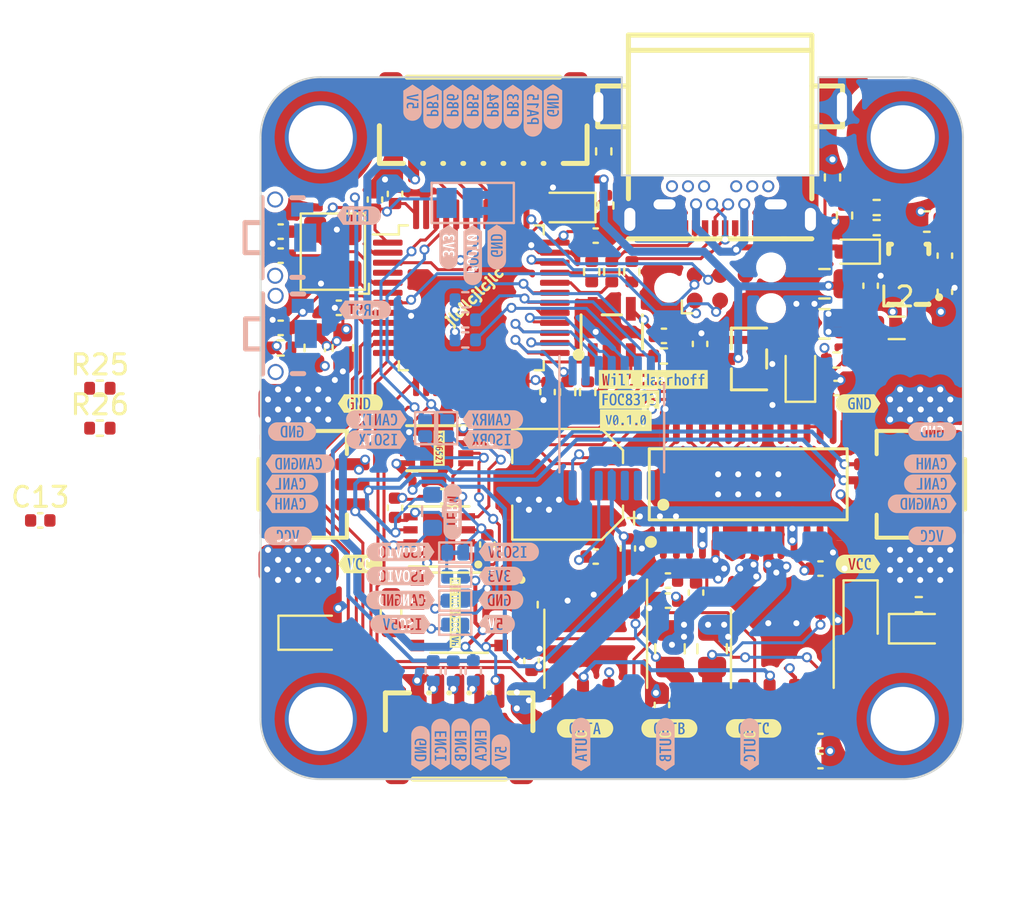
<source format=kicad_pcb>
(kicad_pcb (version 20240108) (generator "pcbnew") (generator_version "8.0")
  (layers (0 "F.Cu" signal) (1 "In1.Cu" signal) (2 "In2.Cu" signal) (31 "B.Cu" signal) (34 "B.Paste" user) (35 "F.Paste" user) (36 "B.SilkS" user "B.Silkscreen") (37 "F.SilkS" user "F.Silkscreen") (38 "B.Mask" user) (39 "F.Mask" user) (44 "Edge.Cuts" user))
  (net 0 "")
  (net 1 "VCC")
  (net 2 "+3.3V")
  (net 3 "Net-(U1-BOOT)")
  (net 4 "+3.3VA")
  (net 5 "Net-(U12-EP)")
  (net 6 "unconnected-(PS1-VSEL-Pad7)")
  (net 7 "/~{NRST}")
  (net 8 "/HSE_IN")
  (net 9 "/HSE_OUT")
  (net 10 "Net-(U1-FB)")
  (net 11 "+5V")
  (net 12 "Net-(U1-VCC)")
  (net 13 "Net-(U3-VCP)")
  (net 14 "Net-(U3-CPL)")
  (net 15 "/~{DRV_NFAULT}")
  (net 16 "Net-(U3-CPH)")
  (net 17 "/isocan/ISO5V")
  (net 18 "/STATUS")
  (net 19 "/SWDIO")
  (net 20 "/SWCLK")
  (net 22 "Net-(D4-A)")
  (net 23 "/OUTA")
  (net 24 "/PHB")
  (net 25 "/CAN.GND")
  (net 26 "Net-(D5-K)")
  (net 27 "/isocan/ISOVIO")
  (net 28 "/ISENSE_B")
  (net 29 "+5VD")
  (net 30 "Net-(D7-A)")
  (net 31 "/ENC2_A")
  (net 32 "/DRV_INC")
  (net 33 "/ENC2_Z")
  (net 34 "/ENC2_B")
  (net 35 "/COM2")
  (net 36 "/COM1")
  (net 37 "/DRV_EN")
  (net 38 "/GPIO3")
  (net 39 "/GPIO4")
  (net 40 "/GPIO2")
  (net 41 "/USB_DM")
  (net 42 "/USB_DP")
  (net 43 "/GPIO1")
  (net 44 "/DRV_INA")
  (net 45 "/DRV_INB")
  (net 47 "/BOOT0")
  (net 48 "/isocan/ISOTX")
  (net 49 "/isocan/ISORX")
  (net 50 "/~{SPI2_NSS}")
  (net 51 "/I2C2.SCL")
  (net 52 "/I2C2.SDA")
  (net 53 "/USB_DP_EXT")
  (net 54 "Net-(USB1-CC1)")
  (net 56 "Net-(USB1-CC2)")
  (net 57 "/~{DRV_NRST}")
  (net 58 "/USB_DM_EXT")
  (net 59 "/SPI2_SCK")
  (net 60 "/CAN.H")
  (net 61 "/CAN.L")
  (net 62 "/CAN.RX")
  (net 63 "/CAN.TX")
  (net 64 "/OUTB")
  (net 65 "/OUTC")
  (net 66 "/SPI2_MISO")
  (net 67 "/SPI2_MOSI")
  (net 68 "GND")
  (net 69 "/~{BTN}")
  (net 70 "/ENC1_A")
  (net 71 "/ENC1_B")
  (net 72 "/ENC1_Z")
  (net 82 "unconnected-(USB1-SSTXN2-PadB3)")
  (net 86 "/PHC")
  (net 87 "/ISENSE_C")
  (net 92 "Net-(U5-VDD3V3)")
  (net 93 "Net-(R18-Pad2)")
  (net 94 "Net-(U1-NC)")
  (net 95 "/VSENSE")
  (footprint "local_lib:2x3" (layer "F.Cu") (at 147 116.5 -90)
    (property "Reference" "H9" (hide yes))
    (property "Value" "MountingHole_Pad")
  )
  (footprint "easyeda:OSC-SMD_4P-L3.2-W2.5-BL" (layer "F.Cu") (at 126.1 91.2 90)
    (property "Reference" "X1" (hide yes))
    (property "Value" "X322516MLB4SI")
  )
  (footprint "Capacitor_SMD:C_0402_1005Metric" (layer "F.Cu") (at 142.8 108.6 180)
    (property "Reference" "C20" (hide yes))
    (property "Value" "100n")
  )
  (footprint "kibuzzard-66359B17" (layer "F.Cu") (at 142.07 97.57)
    (property "Reference" "kibuzzard-66359B17" (hide yes))
    (property "Value" "G***" (hide yes))
  )
  (footprint "Inductor_SMD:L_0805_2012Metric" (layer "F.Cu") (at 154.2 95)
    (property "Reference" "L2")
    (property "Value" "10u")
  )
  (footprint "kibuzzard-66359A1C" (layer "F.Cu") (at 142.87 114.97)
    (property "Reference" "kibuzzard-66359A1C" (hide yes))
    (property "Value" "G***" (hide yes))
  )
  (footprint "easyeda:USB-3.1-SMD_USB3.1-TYPE-C-FSABC" (layer "F.Cu") (at 145.4 87 180)
    (property "Reference" "USB1" (hide yes))
    (property "Value" "USB3.1-TYPE-C-FSABC")
  )
  (footprint "MountingHole:MountingHole_3.2mm_M3_DIN965_Pad_TopOnly" (layer "F.Cu") (at 125.5 85.5)
    (property "Reference" "H7" (hide yes))
    (property "Value" "MountingHole")
  )
  (footprint "local_lib:2x4" (layer "F.Cu") (at 124.4 98.8 90)
    (property "Reference" "H4" (hide yes))
    (property "Value" "MountingHole_Pad")
  )
  (footprint "kibuzzard-66359A9E" (layer "F.Cu") (at 152.27 106.77)
    (property "Reference" "kibuzzard-66359A9E" (hide yes))
    (property "Value" "G***" (hide yes))
  )
  (footprint "Resistor_SMD:R_0402_1005Metric" (layer "F.Cu") (at 123.5 96)
    (property "Reference" "R1" (hide yes))
    (property "Value" "100k")
  )
  (footprint "Package_SO:SOIC-8_3.9x4.9mm_P1.27mm" (layer "F.Cu") (at 148.5 111 -90)
    (property "Reference" "U7" (hide yes))
    (property "Value" "INA240A2D")
  )
  (footprint "Capacitor_SMD:C_0402_1005Metric" (layer "F.Cu") (at 128.2 88.6 90)
    (property "Reference" "C2" (hide yes))
    (property "Value" "100n")
  )
  (footprint "Capacitor_SMD:C_0402_1005Metric" (layer "F.Cu") (at 129.2 103.97 90)
    (property "Reference" "C34" (hide yes))
    (property "Value" "100n")
  )
  (footprint "Capacitor_SMD:C_0402_1005Metric" (layer "F.Cu") (at 131.6 103.4 180)
    (property "Reference" "C35" (hide yes))
    (property "Value" "100n")
  )
  (footprint "Capacitor_SMD:C_0402_1005Metric" (layer "F.Cu") (at 123.5 90.2 180)
    (property "Reference" "C17" (hide yes))
    (property "Value" "18p")
  )
  (footprint "easyeda:CONN-SMD_AFC10-S03QCA-00" (layer "F.Cu") (at 154.8 102.8 -90)
    (property "Reference" "J3" (hide yes))
    (property "Value" "CAN")
  )
  (footprint "Diode_SMD:D_SOD-523" (layer "F.Cu") (at 152.1 91.2 180)
    (property "Reference" "D6" (hide yes))
    (property "Value" "RB521S30T1G")
  )
  (footprint "Diode_SMD:D_0603_1608Metric" (layer "F.Cu") (at 149.4 97.2 90)
    (property "Reference" "D4" (hide yes))
    (property "Value" "LED")
  )
  (footprint "Capacitor_SMD:C_0402_1005Metric" (layer "F.Cu") (at 139.2 90.4)
    (property "Reference" "C3" (hide yes))
    (property "Value" "100n")
  )
  (footprint "MountingHole:MountingHole_3.2mm_M3_DIN965_Pad_TopOnly" (layer "F.Cu") (at 125.5 114.5)
    (property "Reference" "H10" (hide yes))
    (property "Value" "MountingHole")
  )
  (footprint "Capacitor_SMD:C_0402_1005Metric" (layer "F.Cu") (at 142.5 113.8 90)
    (property "Reference" "C29" (hide yes))
    (property "Value" "100n")
  )
  (footprint "Capacitor_SMD:C_0402_1005Metric" (layer "F.Cu") (at 152.9 92.9 -90)
    (property "Reference" "C11" (hide yes))
    (property "Value" "22n")
  )
  (footprint "easyeda:HVSON-8_L3.0-W3.0-P0.65-BL-EP" (layer "F.Cu") (at 131.4 105.4 90)
    (property "Reference" "U12" (hide yes))
    (property "Value" "TJA1051TK/3,118")
  )
  (footprint "Capacitor_SMD:C_0805_2012Metric" (layer "F.Cu") (at 150.6 92.8 180)
    (property "Reference" "C14" (hide yes))
    (property "Value" "22u")
  )
  (footprint "Resistor_SMD:R_0402_1005Metric" (layer "F.Cu") (at 155.3 108.8)
    (property "Reference" "R7" (hide yes))
    (property "Value" "20k")
  )
  (footprint "Capacitor_SMD:C_0402_1005Metric" (layer "F.Cu") (at 144.2 108.2 90)
    (property "Reference" "C22" (hide yes))
    (property "Value" "100n")
  )
  (footprint "easyeda:CONN-SMD_5P-P1.00_MEGASTAR_ZX-SH1.0-5PWT" (layer "F.Cu") (at 132.4 114.8)
    (property "Reference" "J2" (hide yes))
    (property "Value" "Encoder")
  )
  (footprint "Package_SO:SOIC-8_3.9x4.9mm_P1.27mm" (layer "F.Cu") (at 139.2 111 -90)
    (property "Reference" "U8" (hide yes))
    (property "Value" "INA240A2D")
  )
  (footprint "Resistor_SMD:R_0402_1005Metric" (layer "F.Cu") (at 142.6 96.4 180)
    (property "Reference" "R10" (hide yes))
    (property "Value" "10k")
  )
  (footprint "Resistor_SMD:R_0805_2012Metric" (layer "F.Cu") (at 142.9 111 -90)
    (property "Reference" "R13" (hide yes))
    (property "Value" "10m")
  )
  (footprint "easyeda:SOT-23-5_L3.0-W1.7-P0.95-LS2.8-BL" (layer "F.Cu") (at 140 95.2)
    (property "Reference" "U6" (hide yes))
    (property "Value" "ZD24C08AE1-STGMT")
  )
  (footprint "Capacitor_SMD:C_0402_1005Metric" (layer "F.Cu") (at 150.4 107)
    (property "Reference" "C21" (hide yes))
    (property "Value" "100n")
  )
  (footprint "easyeda:VQFN-12_L3.0-W2.0-P0.65-BL_TI_RNX" (layer "F.Cu") (at 154.8 92.2 90)
    (property "Reference" "U1" (hide yes))
    (property "Value" "LMR36015SFBRNXR")
  )
  (footprint "Capacitor_SMD:C_0603_1608Metric" (layer "F.Cu") (at 135.8 108.8 90)
    (property "Reference" "C37" (hide yes))
    (property "Value" "22u")
  )
  (footprint "Capacitor_SMD:C_0402_1005Metric" (layer "F.Cu") (at 150.4 115.6)
    (property "Reference" "C27" (hide yes))
    (property "Value" "100n")
  )
  (footprint "Resistor_SMD:R_0402_1005Metric" (layer "F.Cu") (at 140 92.2 90)
    (property "Reference" "R16" (hide yes))
    (property "Value" "22")
  )
  (footprint "Resistor_SMD:R_0805_2012Metric" (layer "F.Cu") (at 145 111 -90)
    (property "Reference" "R12" (hide yes))
    (property "Value" "10m")
  )
  (footprint "Capacitor_SMD:C_0402_1005Metric" (layer "F.Cu") (at 111.52 104.6)
    (property "Reference" "C13")
    (property "Value" "100n")
  )
  (footprint "Capacitor_SMD:C_0402_1005Metric" (layer "F.Cu") (at 150.4 116.6)
    (property "Reference" "C26" (hide yes))
    (property "Value" "100n")
  )
  (footprint "kibuzzard-66359A28" (layer "F.Cu") (at 147.07 114.97)
    (property "Reference" "kibuzzard-66359A28" (hide yes))
    (property "Value" "G***" (hide yes))
  )
  (footprint "Capacitor_SMD:C_0603_1608Metric" (layer "F.Cu") (at 129 109.2 90)
    (property "Reference" "C38" (hide yes))
    (property "Value" "22u")
  )
  (footprint "Diode_SMD:D_SOD-323" (layer "F.Cu") (at 152.4 109.2 -90)
    (property "Reference" "D1" (hide yes))
    (property "Value" "36V")
  )
  (footprint "Resistor_SMD:R_0402_1005Metric" (layer "F.Cu") (at 151 87.5 90)
    (property "Reference" "R14" (hide yes))
    (property "Value" "5.1k")
  )
  (footprint "local_lib:2x4" (layer "F.Cu") (at 155.4 106.8 90)
    (property "Reference" "H3" (hide yes))
    (property "Value" "MountingHole_Pad")
  )
  (footprint "Capacitor_SMD:C_0402_1005Metric" (layer "F.Cu") (at 142.6 95.4)
    (property "Reference" "C25" (hide yes))
    (property "Value" "100n")
  )
  (footprint "kibuzzard-663606F1" (layer "F.Cu") (at 132.2 109.2 -90)
    (property "Reference" "kibuzzard-663606F1" (hide yes))
    (property "Value" "G***" (hide yes))
  )
  (footprint "MIE1W0505BGLVH-3R-Z:CONV_MIE1W0505BGLVH-3R-Z" (layer "F.Cu") (at 132.4 109.2)
    (property "Reference" "PS1" (hide yes))
    (property "Value" "MIE1W0505BGLVH-3R-Z")
  )
  (footprint "Capacitor_SMD:C_0805_2012Metric" (layer "F.Cu") (at 150.6 94.8 180)
    (property "Reference" "C9" (hide yes))
    (property "Value" "2.2u")
  )
  (footprint "Resistor_SMD:R_0402_1005Metric" (layer "F.Cu") (at 114.49 100)
    (property "Reference" "R26")
    (property "Value" "10k")
  )
  (footprint "Capacitor_SMD:C_0402_1005Metric" (layer "F.Cu") (at 123.5 95 180)
    (property "Reference" "C7" (hide yes))
    (property "Value" "100n")
  )
  (footprint "kibuzzard-66359A77" (layer "F.Cu") (at 127.47 98.77)
    (property "Reference" "kibuzzard-66359A77" (hide yes))
    (property "Value" "G***" (hide yes))
  )
  (footprint "Capacitor_SMD:C_0402_1005Metric" (layer "F.Cu") (at 136 111.6 90)
    (property "Reference" "C28" (hide yes))
    (property "Value" "100n")
  )
  (footprint "Capacitor_SMD:C_0402_1005Metric" (layer "F.Cu") (at 129.2 88.32 90)
    (property "Reference" "C1" (hide yes))
    (property "Value" "100n")
  )
  (footprint "Capacitor_SMD:C_0402_1005Metric" (layer "F.Cu") (at 156.6 93.2 -90)
    (property "Reference" "C10" (hide yes))
    (property "Value" "22n")
  )
  (footprint "easyeda:CONN-SMD_AFC10-S03QCA-00" (layer "F.Cu") (at 125.2 102.8 90)
    (property "Reference" "J4" (hide yes))
    (property "Value" "CAN")
  )
  (footprint "Resistor_SMD:R_0402_1005Metric" (layer "F.Cu") (at 153.2 89 180)
    (property "Reference" "R18" (hide yes))
    (property "Value" "4.7k")
  )
  (footprint "local_lib:2x3" (layer "F.Cu") (at 138.5 116.5 -90)
    (property "Reference" "H5" (hide yes))
    (property "Value" "MountingHole_Pad")
  )
  (footprint "kibuzzard-66359A05" (layer "F.Cu") (at 138.67 114.97)
    (property "Reference" "kibuzzard-66359A05" (hide yes))
    (property "Value" "G***" (hide yes))
  )
  (footprint "local_lib:2x4" (layer "F.Cu") (at 155.4 98.8 90)
    (property "Reference" "H2" (hide yes))
    (property "Value" "MountingHole_Pad")
  )
  (footprint "MountingHole:MountingHole_3.2mm_M3_DIN965_Pad_TopOnly" (layer "F.Cu") (at 154.5 85.5)
    (property "Reference" "H8" (hide yes))
    (property "Value" "MountingHole")
  )
  (footprint "Resistor_SMD:R_0402_1005Metric" (layer "F.Cu") (at 114.49 98.01)
    (property "Reference" "R25")
    (property "Value" "100k")
  )
  (footprint "easyeda:SOT-23-3_L2.9-W1.6-P1.90-LS2.8-BR" (layer "F.Cu") (at 146.84 96.55)
    (property "Reference" "U2" (hide yes))
    (property "Value" "XC6206P332MR")
  )
  (footprint "Resistor_SMD:R_0402_1005Metric" (layer "F.Cu") (at 151.6 89.4 -90)
    (property "Reference" "R4" (hide yes))
    (property "Value" "20k")
  )
  (footprint "Resistor_SMD:R_0402_1005Metric" (layer "F.Cu") (at 137.8 98.2 -90)
    (property "Reference" "R5" (hide yes))
    (property "Value" "10k")
  )
  (footprint "Capacitor_SMD:C_0603_1608Metric" (layer "F.Cu") (at 155.7 89.7 180)
    (property "Reference" "C15" (hide yes))
    (property "Value" "1u")
  )
  (footprint "Resistor_SMD:R_0402_1005Metric" (layer "F.Cu") (at 139 92.2 90)
    (property "Reference" "R17" (hide yes))
    (property "Value" "1k5")
  )
  (footprint "kibuzzard-66359A50" (layer "F.Cu") (at 127.47 106.77)
    (property "Reference" "kibuzzard-66359A50" (hide yes))
    (property "Value" "G***" (hide yes))
  )
  (footprint "Resistor_SMD:R_0402_1005Metric" (layer "F.Cu") (at 153.2 90)
    (property "Reference" "R3" (hide yes))
    (property "Value" "100k")
  )
  (footprint "Capacitor_SMD:C_0402_1005Metric" (layer "F.Cu") (at 156.6 91.4 90)
    (property "Reference" "C12" (hide yes))
    (property "Value" "100n")
  )
  (footprint "Capacitor_SMD:C_0402_1005Metric" (layer "F.Cu") (at 126.4 94 180)
    (property "Reference" "C6" (hide yes))
    (property "Value" "100n")
  )
  (footprint "kibuzzard-667F5C34" (layer "F.Cu") (at 140.7 99.6)
    (property "Reference" "kibuzzard-667F5C34" (hide yes))
    (property "Value" "G***" (hide yes))
  )
  (footprint "kibuzzard-6636082D" (layer "F.Cu") (at 131.4 101 -90)
    (property "Reference" "kibuzzard-6636082D" (hide yes))
    (property "Value" "G***" (hide yes))
  )
  (footprint "Capacitor_SMD:C_0402_1005Metric" (layer "F.Cu") (at 140.8 106 -90)
    (property "Reference" "C36" (hide yes))
    (property "Value" "100n")
  )
  (footprint "Capacitor_SMD:C_0402_1005Metric" (layer "F.Cu") (at 142.8 107.6)
    (property "Reference" "C23" (hide yes))
    (property "Value" "10n")
  )
  (footprint "MountingHole:MountingHole_3.2mm_M3_DIN965_Pad_TopOnly" (layer "F.Cu") (at 154.5 114.5)
    (property "Reference" "H11" (hide yes))
    (property "Value" "MountingHole")
  )
  (footprint "Capacitor_SMD:CP_Elec_5x5.7" (layer "F.Cu") (at 137.8 102.8 180)
    (property "Reference" "C30" (hide yes))
    (property "Value" "47u")
  )
  (footprint "Capacitor_SMD:C_0603_1608Metric" (layer "F.Cu") (at 126.6 96 -90)
    (property "Reference" "C5" (hide yes))
    (property "Value" "1u")
  )
  (footprint "LED_SMD:LED_0603_1608Metric" (layer "F.Cu") (at 137.7 89 180)
    (property "Reference" "D5" (hide yes))
    (property "Value" "WHITE")
  )
  (footprint "Capacitor_SMD:C_0402_1005Metric" (layer "F.Cu") (at 139.2 106.4)
    (property "Reference" "C24" (hide yes))
    (property "Value" "100n")
  )
  (footprint "Diode_SMD:D_SOD-323" (layer "F.Cu") (at 125 110.2)
    (property "Reference" "D3" (hide yes))
    (property "Value" "36V")
  )
  (footprint "Capacitor_SMD:C_0402_1005Metric" (layer "F.Cu") (at 144.4 95.8 90)
    (property "Reference" "C18" (hide yes))
    (property "Value" "2.2u")
  )
  (footprint "Resistor_SMD:R_0402_1005Metric" (layer "F.Cu") (at 141 92.2 90)
    (property "Reference" "R11" (hide yes))
    (property "Value" "22")
  )
  (footprint "kibuzzard-66359AE4" (layer "F.Cu") (at 140.87 98.57)
    (property "Reference" "kibuzzard-66359AE4" (hide yes))
    (property "Value" "G***" (hide yes))
  )
  (footprint "Connector:Tag-Connect_TC2030-IDC-NL_2x03_P1.27mm_Vertical" (layer "F.Cu") (at 145.4 93)
    (property "Reference" "J1" (hide yes))
    (property "Value" "Tag Connect")
  )
  (footprint "Capacitor_SMD:C_0402_1005Metric" (layer "F.Cu") (at 151.2 98)
    (property "Reference" "C8" (hide yes))
    (property "Value" "220n")
  )
  (footprint "easyeda:CONN-SMD_8P-P1.00_MEGASTAR_ZX-SH1.0-8PWT" (layer "F.Cu") (at 133.6 85.2 180)
    (property "Reference" "J6" (hide yes))
    (property "Value" "GPIO")
  )
  (footprint "easyeda:HTSSOP-28_L9.8-W4.5-P0.65-LS6.6-BL-EP" (layer "F.Cu") (at 146.8 102.8)
    (property "Reference" "U3" (hide yes))
    (property "Value" "DRV8313PWP")
  )
  (footprint "Resistor_SMD:R_0402_1005Metric" (layer "F.Cu") (at 139.7 88.9 -90)
    (property "Reference" "R8" (hide yes))
    (property "Value" "1k5")
  )
  (footprint "LED_SMD:LED_0603_1608Metric" (layer "F.Cu") (at 155.3 110)
    (property "Reference" "D7" (hide yes))
    (property "Value" "YELLOW")
  )
  (footprint "local_lib:2x3" (layer "F.Cu") (at 142.8 116.5 -90)
    (property "Reference" "H6" (hide yes))
    (property "Value" "MountingHole_Pad")
  )
  (footprint "Capacitor_SMD:C_0402_1005Metric" (layer "F.Cu") (at 123.5 91.4)
    (property "Reference" "C16" (hide yes))
    (property "Value" "18p")
  )
  (footprint "Capacitor_SMD:C_0402_1005Metric" (layer "F.Cu") (at 136.8 98.2 -90)
    (property "Reference" "C4" (hide yes))
    (property "Value" "100n")
  )
  (footprint "kibuzzard-66359AB0" (layer "F.Cu") (at 152.27 98.77)
    (property "Reference" "kibuzzard-66359AB0" (hide yes))
    (property "Value" "G***" (hide yes))
  )
  (footprint "Package_DFN_QFN:DFN-8-1EP_3x2mm_P0.5mm_EP1.3x1.5mm" (layer "F.Cu") (at 131.275 101 180)
    (property "Reference" "U10" (hide yes))
    (property "Value" "ISO6521F")
  )
  (footprint "Resistor_SMD:R_0402_1005Metric" (layer "F.Cu") (at 138.8 98.2 90)
    (property "Reference" "R9" (hide yes))
    (property "Value" "10k")
  )
  (footprint "local_lib:2x4" (layer "F.Cu") (at 124.4 106.8 90)
    (property "Reference" "H1" (hide yes))
    (property "Value" "MountingHole_Pad")
  )
  (footprint "Package_QFP:LQFP-48_7x7mm_P0.5mm" (layer "F.Cu") (at 133 93.5)
    (property "Reference" "U4" (hide yes))
    (property "Value" "STM32F103CBTx")
  )
  (footprint "Resistor_SMD:R_0402_1005Metric" (layer "F.Cu") (at 139.6 86.2 90)
    (property "Reference" "R15" (hide yes))
    (property "Value" "5.1k")
  )
  (footprint "Capacitor_SMD:C_0402_1005Metric" (layer "F.Cu") (at 133.8 105.8 -90)
    (property "Reference" "C33" (hide yes))
    (property "Value" "100n")
  )
  (footprint "Inductor_SMD:L_0603_1608Metric" (layer "F.Cu") (at 125.2 96 -90)
    (property "Reference" "L1" (hide yes))
    (property "Value" "27n")
  )
  (footprint "Resistor_SMD:R_0402_1005Metric" (layer "F.Cu") (at 151.2 96.6)
    (property "Reference" "R6" (hide yes))
    (property "Value" "1k5")
  )
  (footprint "kibuzzard-6635FB63" (layer "B.Cu") (at 133.47 115.77 -90)
    (property "Reference" "kibuzzard-6635FB63" (hide yes))
    (property "Value" "G***" (hide yes))
  )
  (footprint "kibuzzard-6635FC16" (layer "B.Cu") (at 124.07 100.17 180)
    (property "Reference" "kibuzzard-6635FC16" (hide yes))
    (property "Value" "G***" (hide yes))
  )
  (footprint "kibuzzard-66359375" (layer "B.Cu") (at 136.07 84.17 90)
    (property "Reference" "kibuzzard-66359375" (hide yes))
    (property "Value" "G***" (hide yes))
  )
  (footprint "kibuzzard-6635974A" (layer "B.Cu") (at 128.27 100.57 180)
    (property "Reference" "kibuzzard-6635974A" (hide yes))
    (property "Value" "G***" (hide yes))
  )
  (footprint "kibuzzard-6635923C" (layer "B.Cu") (at 130.47 115.97 -90)
    (property "Reference" "kibuzzard-6635923C" (hide yes))
    (property "Value" "G***" (hide yes))
  )
  (footprint "kibuzzard-6635905B" (layer "B.Cu") (at 155.87 101.77 180)
    (property "Reference" "kibuzzard-6635905B" (hide yes))
    (property "Value" "G***" (hide yes))
  )
  (footprint "kibuzzard-663596D7" (layer "B.Cu") (at 134.87 106.17 180)
    (property "Reference" "kibuzzard-663596D7" (hide yes))
    (property "Value" "G***" (hide yes))
  )
  (footprint "Resistor_SMD:R_0402_1005Metric" (layer "B.Cu") (at 133.1 112.1 90)
    (property "Reference" "R19" (hide yes))
    (property "Value" "5.1k")
  )
  (footprint "kibuzzard-66359792" (layer "B.Cu") (at 129.47 108.57 180)
    (property "Reference" "kibuzzard-66359792" (hide yes))
    (property "Value" "G***" (hide yes))
  )
  (footprint "kibuzzard-6635926F" (layer "B.Cu") (at 133.07 91.37 90)
    (property "Reference" "kibuzzard-6635926F" (hide yes))
    (property "Value" "G***" (hide yes))
  )
  (footprint "kibuzzard-6635FB7E" (layer "B.Cu") (at 131.47 115.77 -90)
    (property "Reference" "kibuzzard-6635FB7E" (hide yes))
    (property "Value" "G***" (hide yes))
  )
  (footprint "kibuzzard-663592D6" (layer "B.Cu") (at 134.47 116.17 -90)
    (property "Reference" "kibuzzard-663592D6" (hide yes))
    (property "Value" "G***" (hide yes))
  )
  (footprint "kibuzzard-6635934E" (layer "B.Cu") (at 133.07 83.97 90)
    (property "Reference" "kibuzzard-6635934E" (hide yes))
    (property "Value" "G***" (hide yes))
  )
  (footprint "kibuzzard-663591A5" (layer "B.Cu") (at 124.47 101.77 180)
    (property "Reference" "kibuzzard-663591A5" (hide yes))
    (property "Value" "G***" (hide yes))
  )
  (footprint "kibuzzard-663599B0" (layer "B.Cu") (at 142.67 115.77 -90)
    (property "Reference" "kibuzzard-663599B0" (hide yes))
    (property "Value" "G***" (hide yes))
  )
  (footprint "Resistor_SMD:R_0402_1005Metric" (layer "B.Cu") (at 132.1 112.109999 90)
    (property "Reference" "R20" (hide yes))
    (property "Value" "5.1k")
  )
  (footprint "kibuzzard-6635923C" (layer "B.Cu") (at 134.27 90.97 90)
    (property "Reference" "kibuzzard-6635923C" (hide yes))
    (property "Value" "G***" (hide yes))
  )
  (footprint "kibuzzard-66359297" (layer "B.Cu") (at 134.47 107.37 180)
    (property "Reference" "kibuzzard-66359297" (hide yes))
    (property "Value" "G***" (hide yes))
  )
  (footprint "kibuzzard-6635FB77" (layer "B.Cu") (at 132.47 115.77 -90)
    (property "Reference" "kibuzzard-6635FB77" (hide yes))
    (property "Value" "G***" (hide yes))
  )
  (footprint "kibuzzard-66359356" (layer "B.Cu") (at 134.07 83.97 90)
    (property "Reference" "kibuzzard-66359356" (hide yes))
    (property "Value" "G***" (hide yes))
  )
  (footprint "kibuzzard-663591BC" (layer "B.Cu") (at 124.07 102.77 180)
    (property "Reference" "kibuzzard-663591BC" (hide yes))
    (property "Value" "G***" (hide yes))
  )
  (footprint "kibuzzard-66359780" (layer "B.Cu") (at 129.47 107.37 180)
    (property "Reference" "kibuzzard-66359780" (hide yes))
    (property "Value" "G***" (hide yes))
  )
  (footprint "kibuzzard-66359780" (layer "B.Cu") (at 129.47 106.17 180)
    (property "Reference" "kibuzzard-66359780" (hide yes))
    (property "Value" "G***" (hide yes))
  )
  (footprint "kibuzzard-6635FC16" (layer "B.Cu") (at 155.97 100.17 180)
    (property "Reference" "kibuzzard-6635FC16" (hide yes))
    (property "Value" "G***" (hide yes))
  )
  (footprint "local_lib:jumper12_open" (layer "B.Cu") (at 132.2 108.6 180)
    (property "Reference" "JP2" (hide yes))
    (property "Value" "*")
  )
  (footprint "kibuzzard-6635973B" (layer "B.Cu") (at 128.27 99.57 180)
    (property "Reference" "kibuzzard-6635973B" (hide yes))
    (property "Value" "G***" (hide yes))
  )
  (footprint "local_lib:jumper12_open" (layer "B.Cu") (at 131.8 100 -90)
    (property "Reference" "JP7" (hide yes))
    (property "Value" "*")
  )
  (footprint "kibuzzard-66359642" (layer "B.Cu") (at 127.7 94.1 180)
    (property "Reference" "kibuzzard-66359642" (hide yes))
    (property "Value" "G***" (hide yes))
  )
  (footprint "Package_SO:TSSOP-14_4.4x5mm_P0.65mm" (layer "B.Cu") (at 140 100 -90)
    (property "Reference" "U5" (hide yes))
    (property "Value" "AS5047D")
  )
  (footprint "kibuzzard-6635935F" (layer "B.Cu") (at 135.07 83.97 90)
    (property "Reference" "kibuzzard-6635935F" (hide yes))
    (property "Value" "G***" (hide yes))
  )
  (footprint "Resistor_SMD:R_0402_1005Metric" (layer "B.Cu") (at 132.7 95.6 180)
    (property "Reference" "R23" (hide yes))
    (property "Value" "5.1k")
  )
  (footprint "kibuzzard-66359333" (layer "B.Cu") (at 132.07 83.97 90)
    (property "Reference" "kibuzzard-66359333" (hide yes))
    (property "Value" "G***" (hide yes))
  )
  (footprint "kibuzzard-6635971B" (layer "B.Cu") (at 134.07 100.57 180)
    (property "Reference" "kibuzzard-6635971B" (hide yes))
    (property "Value" "G***" (hide yes))
  )
  (footprint "kibuzzard-66359090" (layer "B.Cu") (at 155.47 103.77 180)
    (property "Reference" "kibuzzard-66359090" (hide yes))
    (property "Value" "G***" (hide yes))
  )
  (footprint "kibuzzard-6635FC0D" (layer "B.Cu") (at 155.97 105.37 180)
    (property "Reference" "kibuzzard-6635FC0D" (hide yes))
    (property "Value" "G***" (hide yes))
  )
  (footprint "kibuzzard-6635923C" (layer "B.Cu") (at 134.47 108.57 180)
    (property "Reference" "kibuzzard-6635923C" (hide yes))
    (property "Value" "G***" (hide yes))
  )
  (footprint "kibuzzard-6635923C" (layer "B.Cu") (at 137.07 83.97 90)
    (property "Reference" "kibuzzard-6635923C" (hide yes))
    (property "Value" "G***" (hide yes))
  )
  (footprint "Jumper:SolderJumper-3_P1.3mm_Bridged2Bar12_Pad1.0x1.5mm" (layer "B.Cu") (at 133.07 88.77 180)
    (property "Reference" "JP1" (hide yes))
    (property "Value" "*")
  )
  (footprint "kibuzzard-6635961B" (layer "B.Cu") (at 127.4 89.4 180)
    (property "Reference" "kibuzzard-6635961B" (hide yes))
    (property "Value" "G***" (hide yes))
  )
  (footprint "Resistor_SMD:R_0402_1005Metric" (layer "B.Cu") (at 131.1 112.1 90)
    (property "Reference" "R21" (hide yes))
    (property "Value" "5.1k")
  )
  (footprint "kibuzzard-66359297" (layer "B.Cu") (at 131.87 90.97 90)
    (property "Reference" "kibuzzard-66359297" (hide yes))
    (property "Value" "G***" (hide yes))
  )
  (footprint "kibuzzard-663598FD" (layer "B.Cu") (at 132.07 104.17 90)
    (property "Reference" "kibuzzard-663598FD" (hide yes))
    (property "Value" "G***" (hide yes))
  )
  (footprint "Resistor_SMD:R_0603_1608Metric" (layer "B.Cu") (at 131.07 104.145 90)
    (property "Reference" "R2" (hide yes))
    (property "Value" "120")
  )
  (footprint "kibuzzard-66359322" (layer "B.Cu") (at 131.07 83.97 90)
    (property "Reference" "kibuzzard-66359322" (hide yes))
    (property "Value" "G***" (hide yes))
  )
  (footprint "kibuzzard-6635FC0D" (layer "B.Cu") (at 123.87 105.37 180)
    (property "Reference" "kibuzzard-6635FC0D" (hide yes))
    (property "Value" "G***" (hide yes))
  )
  (footprint "easyeda:SW-TH_PANASONIC_EVPAKE31A" (layer "B.Cu") (at 124 95.3 -90)
    (property "Reference" "SW2" (hide yes))
    (property "Value" "SW_SPST")
  )
  (footprint "kibuzzard-663597E2" (layer "B.Cu") (at 129.47 109.77 180)
    (property "Reference" "kibuzzard-663597E2" (hide yes))
    (property "Value" "G***" (hide yes))
  )
  (footprint "kibuzzard-663599A9" (layer "B.Cu") (at 138.47 115.77 -90)
    (property "Reference" "kibuzzard-663599A9" (hide yes))
    (property "Value" "G***" (hide yes))
  )
  (footprint "Resistor_SMD:R_0402_1005Metric" (layer "B.Cu") (at 132.7 94.6 180)
    (property "Reference" "R22" (hide yes))
    (property "Value" "5.1k")
  )
  (footprint "kibuzzard-663591C6" (layer "B.Cu") (at 124.07 103.77 180)
    (property "Reference" "kibuzzard-663591C6" (hide yes))
    (property "Value" "G***" (hide yes))
  )
  (footprint "local_lib:jumper12_closed" (layer "B.Cu") (at 132.2 106.2)
    (property "Reference" "JP3" (hide yes))
    (property "Value" "*")
  )
  (footprint "local_lib:jumper12_open" (layer "B.Cu") (at 132.2 107.4 180)
    (property "Reference" "JP5" (hide yes))
    (property "Value" "*")
  )
  (footprint "Resistor_SMD:R_0402_1005Metric" (layer "B.Cu") (at 132.7 93.6 180)
    (property "Reference" "R24" (hide yes))
    (property "Value" "5.1k")
  )
  (footprint "kibuzzard-6635988E" (layer "B.Cu") (at 146.87 115.77 -90)
    (property "Reference" "kibuzzard-6635988E" (hide yes))
    (property "Value" "G***" (hide yes))
  )
  (footprint "local_lib:jumper12_open" (layer "B.Cu") (at 130.7 100 -90)
    (property "Reference" "JP6" (hide yes))
    (property "Value" "*")
  )
  (footprint "kibuzzard-66359707" (layer "B.Cu") (at 134.07 99.57 180)
    (property "Reference" "kibuzzard-66359707" (hide yes))
    (property "Value" "G***" (hide yes))
  )
  (footprint "kibuzzard-6635906D" (layer "B.Cu") (at 155.87 102.77 180)
    (property "Reference" "kibuzzard-6635906D" (hide yes))
    (property "Value" "G***" (hide yes))
  )
  (footprint "easyeda:SW-TH_PANASONIC_EVPAKE31A" (layer "B.Cu") (at 123.975 90.5 -90)
    (property "Reference" "SW1" (hide yes))
    (property "Value" "SW_SPST")
  )
  (footprint "kibuzzard-663592D6" (layer "B.Cu") (at 134.27 109.77 180)
    (property "Reference" "kibuzzard-663592D6" (hide yes))
    (property "Value" "G***" (hide yes))
  )
  (footprint "kibuzzard-663592D6" (layer "B.Cu") (at 130.07 83.77 90)
    (property "Reference" "kibuzzard-663592D6" (hide yes))
    (property "Value" "G***" (hide yes))
  )
  (footprint "local_lib:jumper12_open" (layer "B.Cu") (at 132.2 109.8 180)
    (property "Reference" "JP4" (hide yes))
    (property "Value" "*")
  )
  (gr_line (start 122.5 85.5) (end 122.5 114.5) (stroke (width 0.1)) (layer "Edge.Cuts"))
  (gr_arc (start 157.5 114.5) (mid 156.62132 116.62132) (end 154.5 117.5) (stroke (width 0.1)) (layer "Edge.Cuts"))
  (gr_arc (start 122.5 85.5) (mid 123.37868 83.37868) (end 125.5 82.5) (stroke (width 0.1)) (layer "Edge.Cuts"))
  (gr_line (start 125.5 117.5) (end 154.5 117.5) (stroke (width 0.1)) (layer "Edge.Cuts"))
  (gr_line (start 140.5 82.5) (end 125.5 82.5) (stroke (width 0.1)) (layer "Edge.Cuts"))
  (gr_line (start 157.5 114.5) (end 157.5 85.5) (stroke (width 0.1)) (layer "Edge.Cuts"))
  (gr_line (start 140.5 87.4) (end 140.5 82.5) (stroke (width 0.1)) (layer "Edge.Cuts"))
  (gr_line (start 154.5 82.5) (end 150.3 82.5) (stroke (width 0.1)) (layer "Edge.Cuts"))
  (gr_line (start 150.3 87.4) (end 140.5 87.4) (stroke (width 0.1)) (layer "Edge.Cuts"))
  (gr_arc (start 125.5 117.5) (mid 123.37868 116.62132) (end 122.5 114.5) (stroke (width 0.1)) (layer "Edge.Cuts"))
  (gr_arc (start 154.5 82.5) (mid 156.62132 83.37868) (end 157.5 85.5) (stroke (width 0.1)) (layer "Edge.Cuts"))
  (gr_line (start 150.3 82.5) (end 150.3 87.4) (stroke (width 0.1)) (layer "Edge.Cuts"))
  (gr_text "jlcjlcjlcjlc" (at 132 95 45) (layer "F.SilkS") (effects (font (size 0.5 0.5) (thickness 0.125)) (justify left bottom)))
  (segment (start 123.95 110.2) (end 123.95 107.25) (width 0.4) (layer "F.Cu") (net 1))
  (segment (start 140 102.8) (end 141.4 104.2) (width 1) (layer "F.Cu") (net 1))
  (segment (start 141.4 104.4) (end 142.4 104.4) (width 0.4) (layer "F.Cu") (net 1))
  (segment (start 156.88 93) (end 156.6 92.72) (width 0.2) (layer "F.Cu") (net 1))
  (segment (start 143.969485 104.425) (end 143.225 104.425) (width 0.2) (layer "F.Cu") (net 1))
  (segment (start 144.2 108.68) (end 143.36 108.68) (width 0.15) (layer "F.Cu") (net 1))
  (segment (start 141.6 104.4) (end 141.599998 104.400002) (width 0.4) (layer "F.Cu") (net 1))
  (segment (start 141.599998 104.400002) (end 141.4 104.400002) (width 0.4) (layer "F.Cu") (net 1))
  (segment (start 144.735 108.145) (end 144.2 108.68) (width 0.15) (layer "F.Cu") (net 1))
  (segment (start 154.805 109) (end 154.805 107.395) (width 0.2) (layer "F.Cu") (net 1))
  (segment (start 152.4 108.15) (end 152.4 108.04) (width 0.4) (layer "F.Cu") (net 1))
  (segment (start 152.4 108.04) (end 153.64 106.8) (width 0.4) (layer "F.Cu") (net 1))
  (segment (start 143.2 104.4) (end 141.6 104.4) (width 0.5) (layer "F.Cu") (net 1))
  (segment (start 157.08375 93) (end 156.88 93) (width 0.2) (layer "F.Cu") (net 1))
  (segment (start 123.95 107.25) (end 124.4 106.8) (width 0.4) (layer "F.Cu") (net 1))
  (segment (start 144.52 105.67) (end 144.52 104.975515) (width 0.2) (layer "F.Cu") (net 1))
  (segment (start 153.64 106.8) (end 155.4 106.8) (width 0.4) (layer "F.Cu") (net 1))
  (segment (start 143.36 108.68) (end 143.2 108.4) (width 0.15) (layer "F.Cu") (net 1))
  (segment (start 155.7 92.81) (end 156.51 92.81) (width 0.25) (layer "F.Cu") (net 1))
  (segment (start 141.4 104.2) (end 141.4 104.400002) (width 1) (layer "F.Cu") (net 1))
  (segment (start 154.805 107.395) (end 155.4 106.8) (width 0.2) (layer "F.Cu") (net 1))
  (segment (start 153.9 92.81) (end 153.9 92.16) (width 0.25) (layer "F.Cu") (net 1))
  (segment (start 156.51 92.81) (end 156.6 92.72) (width 0.25) (layer "F.Cu") (net 1))
  (segment (start 149.08 106.365) (end 149.08 105.67) (width 0.2) (layer "F.Cu") (net 1))
  (segment (start 149.6 107.1) (end 149.6 106.885) (width 0.2) (layer "F.Cu") (net 1))
  (segment (start 143.225 104.425) (end 143.2 104.4) (width 0.2) (layer "F.Cu") (net 1))
  (segment (start 144.735 107.428812) (end 144.735 108.145) (width 0.15) (layer "F.Cu") (net 1))
  (segment (start 149.08 105.67) (end 149.08 104.975) (width 0.2) (layer "F.Cu") (net 1))
  (segment (start 144.52 105.67) (end 144.52 107.213812) (width 0.15) (layer "F.Cu") (net 1))
  (segment (start 144.52 107.213812) (end 144.735 107.428812) (width 0.15) (layer "F.Cu") (net 1))
  (segment (start 144.52 104.975515) (end 143.969485 104.425) (width 0.2) (layer "F.Cu") (net 1))
  (segment (start 143.2 108.4) (end 143.28 108.6) (width 0.15) (layer "F.Cu") (net 1))
  (segment (start 149.6 106.885) (end 149.08 106.365) (width 0.2) (layer "F.Cu") (net 1))
  (via (at 141.4 104.4) (size 0.5) (drill 0.3) (layers "F.Cu" "B.Cu") (net 1))
  (via (at 125.87 106.07) (size 0.5) (drill 0.3) (layers "F.Cu" "B.Cu") (net 1))
  (via (at 157.08375 93) (size 0.5) (drill 0.3) (layers "F.Cu" "B.Cu") (net 1))
  (via (at 143.2 108.4) (size 0.5) (drill 0.3) (layers "F.Cu" "B.Cu") (net 1))
  (via (at 156.87 106.07) (size 0.5) (drill 0.3) (layers "F.Cu" "B.Cu") (net 1))
  (via (at 153.4 92.400006) (size 0.5) (drill 0.3) (layers "F.Cu" "B.Cu") (net 1))
  (via (at 156.37 107.57) (size 0.5) (drill 0.3) (layers "F.Cu" "B.Cu") (net 1))
  (via (at 125.87 107.07) (size 0.5) (drill 0.3) (layers "F.Cu" "B.Cu") (net 1))
  (via (at 125.37 106.57) (size 0.5) (drill 0.3) (layers "F.Cu" "B.Cu") (net 1))
  (via (at 123.87 107.07) (size 0.5) (drill 0.3) (layers "F.Cu" "B.Cu") (net 1))
  (via (at 149.6 107.1) (size 0.5) (drill 0.3) (layers "F.Cu" "B.Cu") (net 1))
  (via (at 122.87 106.07) (size 0.5) (drill 0.3) (layers "F.Cu" "B.Cu") (net 1))
  (via (at 156.37 106.57) (size 0.5) (drill 0.3) (layers "F.Cu" "B.Cu") (net 1))
  (via (at 124.85732 106.062412) (size 0.5) (drill 0.3) (layers "F.Cu" "B.Cu") (net 1))
  (via (at 124.87 107.07) (size 0.5) (drill 0.3) (layers "F.Cu" "B.Cu") (net 1))
  (via (at 124.37 107.57) (size 0.5) (drill 0.3) (layers "F.Cu" "B.Cu") (net 1))
  (via (at 123.37 107.57) (size 0.5) (drill 0.3) (layers "F.Cu" "B.Cu") (net 1))
  (via (at 125.37 107.57) (size 0.5) (drill 0.3) (layers "F.Cu" "B.Cu") (net 1))
  (via (at 122.831961 107.042943) (size 0.5) (drill 0.3) (layers "F.Cu" "B.Cu") (net 1))
  (via (at 154.37 107.57) (size 0.5) (drill 0.3) (layers "F.Cu" "B.Cu") (net 1))
  (via (at 155.37 106.57) (size 0.5) (drill 0.3) (layers "F.Cu" "B.Cu") (net 1))
  (via (at 154.87 106.07) (size 0.5) (drill 0.3) (layers "F.Cu" "B.Cu") (net 1))
  (via (at 149 105) (size 0.5) (drill 0.3) (layers "F.Cu" "B.Cu") (net 1))
  (via (at 150.8 95.2) (size 0.5) (drill 0.3) (layers "F.Cu" "B.Cu") (net 1))
  (via (at 144.520007 105.079993) (size 0.5) (drill 0.3) (layers "F.Cu" "B.Cu") (net 1))
  (via (at 155.87 106.07) (size 0.5) (drill 0.3) (layers "F.Cu" "B.Cu") (net 1))
  (via (at 155.37 107.57) (size 0.5) (drill 0.3) (layers "F.Cu" "B.Cu") (net 1))
  (via (at 153.87 107.07) (size 0.5) (drill 0.3) (layers "F.Cu" "B.Cu") (net 1))
  (via (at 143.2 104.4) (size 0.5) (drill 0.3) (layers "F.Cu" "B.Cu") (net 1))
  (via (at 124.37 106.57) (size 0.5) (drill 0.3) (layers "F.Cu" "B.Cu") (net 1))
  (via (at 123.37 106.57) (size 0.5) (drill 0.3) (layers "F.Cu" "B.Cu") (net 1))
  (via (at 149 105.6) (size 0.5) (drill 0.3) (layers "F.Cu" "B.Cu") (net 1))
  (via (at 154.87 107.07) (size 0.5) (drill 0.3) (layers "F.Cu" "B.Cu") (net 1))
  (via (at 150.8 94.3) (size 0.5) (drill 0.3) (layers "F.Cu" "B.Cu") (net 1))
  (via (at 154.37 106.57) (size 0.5) (drill 0.3) (layers "F.Cu" "B.Cu") (net 1))
  (via (at 153.87 106.07) (size 0.5) (drill 0.3) (layers "F.Cu" "B.Cu") (net 1))
  (via (at 156.87 107.07) (size 0.5) (drill 0.3) (layers "F.Cu" "B.Cu") (net 1))
  (via (at 155.87 107.07) (size 0.5) (drill 0.3) (layers "F.Cu" "B.Cu") (net 1))
  (via (at 123.87 106.07) (size 0.5) (drill 0.3) (layers "F.Cu" "B.Cu") (net 1))
  (via (at 142.4 104.4) (size 0.5) (drill 0.3) (layers "F.Cu" "B.Cu") (net 1))
  (via (at 144.52 105.8) (size 0.5) (drill 0.3) (layers "F.Cu" "B.Cu") (net 1))
  (segment (start 149 104.4) (end 150.985786 104.4) (width 1) (layer "B.Cu") (net 1))
  (segment (start 150.8 95.2) (end 151.7 95.2) (width 0.5) (layer "B.Cu") (net 1))
  (segment (start 154.670002 106.07) (end 154.670002 106.07) (width 1) (layer "B.Cu") (net 1))
  (segment (start 154.87 106.07) (end 154.670002 106.07) (width 1) (layer "B.Cu") (net 1))
  (segment (start 154.87 106.269998) (end 155.37 106.769998) (width 1) (layer "B.Cu") (net 1))
  (segment (start 156.37 107.769998) (end 155.670002 107.07) (width 1) (layer "B.Cu") (net 1))
  (segment (start 150.985786 104.4) (end 152.655786 106.07) (width 1) (layer "B.Cu") (net 1))
  (segment (start 155.400001 106.799999) (end 155.670002 107.07) (width 1) (layer "B.Cu") (net 1))
  (segment (start 144.52 105.67) (end 144.520007 105.669993) (width 0.5) (layer "B.Cu") (net 1))
  (segment (start 154.37 107.57) (end 153.87 107.07) (width 1) (layer "B.Cu") (net 1))
  (segment (start 144.520007 105.669993) (end 144.520007 105.079993) (width 0.5) (layer "B.Cu") (net 1))
  (segment (start 153.87 107.07) (end 153.87 106.07) (width 1) (layer "B.Cu") (net 1))
  (segment (start 154.670002 106.07) (end 154.37 106.57) (width 1) (layer "B.Cu") (net 1))
  (segment (start 149 105) (end 149 104.4) (width 0.5) (layer "B.Cu") (net 1))
  (segment (start 155.37 106.57) (end 155.170002 106.57) (width 1) (layer "B.Cu") (net 1))
  (segment (start 155.87 107.269998) (end 156.170002 107.57) (width 1) (layer "B.Cu") (net 1))
  (segment (start 155.37 107.57) (end 154.87 107.07) (width 1) (layer "B.Cu") (net 1))
  (segment (start 155.670002 107.07) (end 155.37 107.57) (width 1) (layer "B.Cu") (net 1))
  (segment (start 141.6 104.4) (end 142.4 104.4) (width 1) (layer "B.Cu") (net 1))
  (segment (start 143.2 104.4) (end 144.4 104.4) (width 1) (layer "B.Cu") (net 1))
  (segment (start 154.87 107.07) (end 154.87 106.269998) (width 1) (layer "B.Cu") (net 1))
  (segment (start 154.87 106.269998) (end 154.87 106.07) (width 1) (layer "B.Cu") (net 1))
  (segment (start 155.670002 107.07) (end 155.87 107.07) (width 1) (layer "B.Cu") (net 1))
  (segment (start 155.87 107.07) (end 155.87 107.269998) (width 1) (layer "B.Cu") (net 1))
  (segment (start 155.170002 106.57) (end 154.87 106.269998) (width 1) (layer "B.Cu") (net 1))
  (segment (start 153.87 106.07) (end 153.87 106.07) (width 1) (layer "B.Cu") (net 1))
  (segment (start 156.170002 107.57) (end 156.37 107.57) (width 1) (layer "B.Cu") (net 1))
  (segment (start 144.4 104.4) (end 144.520007 104.520007) (width 0.5) (layer "B.Cu") (net 1))
  (segment (start 150.8 94.7) (end 150.8 95.2) (width 0.5) (layer "B.Cu") (net 1))
  (segment (start 149 105.6) (end 149 105) (width 0.5) (layer "B.Cu") (net 1))
  (segment (start 156.37 107.57) (end 156.37 107.769998) (width 1) (layer "B.Cu") (net 1))
  (segment (start 154.87 107.07) (end 154.37 107.57) (width 1) (layer "B.Cu") (net 1))
  (segment (start 144.520007 104.520007) (end 144.520007 105.079993) (width 0.5) (layer "B.Cu") (net 1))
  (segment (start 155.37 106.769998) (end 155.37 106.57) (width 1) (layer "B.Cu") (net 1))
  (segment (start 150.8 94.3) (end 150.8 94.7) (width 0.5) (layer "B.Cu") (net 1))
  (segment (start 144.4 104.4) (end 149 104.4) (width 1) (layer "B.Cu") (net 1))
  (segment (start 151.7 95.2) (end 151.7 94.3) (width 0.5) (layer "B.Cu") (net 1))
  (segment (start 150.8 94.7) (end 151.7 94.7) (width 0.5) (layer "B.Cu") (net 1))
  (segment (start 150.8 94.3) (end 151.7 94.3) (width 0.5) (layer "B.Cu") (net 1))
  (segment (start 143.2 104.4) (end 142.4 104.4) (width 1) (layer "B.Cu") (net 1))
  (segment (start 152.655786 106.07) (end 153.87 106.07) (width 1) (layer "B.Cu") (net 1))
  (segment (start 154.37 106.57) (end 154.87 107.07) (width 1) (layer "B.Cu") (net 1))
  (segment (start 129.270001 101.770001) (end 130.073554 102.573554) (width 0.4) (layer "F.Cu") (net 2))
  (segment (start 138.3 112.4) (end 138.6 112.4) (width 0.2) (layer "F.Cu") (net 2))
  (segment (start 128.68 89.08) (end 128.8 89.2) (width 0.15) (layer "F.Cu") (net 2))
  (segment (start 129.2 88.8) (end 129.7125 88.8) (width 0.15) (layer "F.Cu") (net 2))
  (segment (start 145.126846 95.6) (end 148.08 95.6) (width 0.4) (layer "F.Cu") (net 2))
  (segment (start 138.6 112.4) (end 138.6 112.7) (width 0.15) (layer "F.Cu") (net 2))
  (segment (start 138.565 112.665) (end 138.565 113.475) (width 0.15) (layer "F.Cu") (net 2))
  (segment (start 128.8375 90.75) (end 128.2 90.1125) (width 0.15) (layer "F.Cu") (net 2))
  (segment (start 130.073554 102.573554) (end 130.073554 103.073554) (width 0.4) (layer "F.Cu") (net 2))
  (segment (start 128.8 89.2) (end 129.2 88.8) (width 0.15) (layer "F.Cu") (net 2))
  (segment (start 136.37 111.87) (end 136 112.24) (width 0.15) (layer "F.Cu") (net 2))
  (segment (start 144.13 94.205) (end 144.2 94.275) (width 0.15) (layer "F.Cu") (net 2))
  (segment (start 123.090001 95.9) (end 122.990001 96) (width 0.15) (layer "F.Cu") (net 2))
  (segment (start 132.73999 110.9) (end 133.57 110.06999) (width 0.2) (layer "F.Cu") (net 2))
  (segment (start 137.8 90.2) (end 137.6 90.4) (width 0.15) (layer "F.Cu") (net 2))
  (segment (start 137.98 112.08) (end 138.3 112.4) (width 0.2) (layer "F.Cu") (net 2))
  (segment (start 138.6 112.7) (end 138.565 112.665) (width 0.15) (layer "F.Cu") (net 2))
  (segment (start 137.5125 90.4) (end 137.1625 90.75) (width 0.15) (layer "F.Cu") (net 2))
  (segment (start 123.3 95.9) (end 123.090001 95.9) (width 0.15) (layer "F.Cu") (net 2))
  (segment (start 147.865 113.475) (end 147.865 112.365) (width 0.15) (layer "F.Cu") (net 2))
  (segment (start 144.4 96.28) (end 144.446846 96.28) (width 0.4) (layer "F.Cu") (net 2))
  (segment (start 133.2 107.6) (end 133.2 109.69999) (width 0.2) (layer "F.Cu") (net 2))
  (segment (start 123.3 96.158215) (end 123.3 95.9) (width 0.2) (layer "F.Cu") (net 2))
  (segment (start 137.6 90.3125) (end 137.6 90.3125) (width 0.15) (layer "F.Cu") (net 2))
  (segment (start 150.690001 96.090001) (end 150.6 96) (width 0.15) (layer "F.Cu") (net 2))
  (segment (start 128.2 89.08) (end 128.68 89.08) (width 0.15) (layer "F.Cu") (net 2))
  (segment (start 149.92 116.6) (end 147.865 114.545) (width 0.2) (layer "F.Cu") (net 2))
  (segment (start 135.75 97.6625) (end 136.1375 97.6625) (width 0.15) (layer "F.Cu") (net 2))
  (segment (start 142.12 95.4) (end 142.12 95.22) (width 0.2) (layer "F.Cu") (net 2))
  (segment (start 129.290002 101.75) (end 129.270001 101.770001) (width 0.15) (layer "F.Cu") (net 2))
  (segment (start 129.825 101.75) (end 129.290002 101.75) (width 0.15) (layer "F.Cu") (net 2))
  (segment (start 148.04 113.65) (end 147.865 113.475) (width 0.15) (layer "F.Cu") (net 2))
  (segment (start 141.5 94.6) (end 140.95 94.05) (width 0.2) (layer "F.Cu") (net 2))
  (segment (start 143.11 96.4) (end 144.28 96.4) (width 0.4) (layer "F.Cu") (net 2))
  (segment (start 136 112.24) (end 136 112.08) (width 0.15) (layer "F.Cu") (net 2))
  (segment (start 144.52 96.4) (end 144.4 96.28) (width 0.4) (layer "F.Cu") (net 2))
  (segment (start 123.929285 96.7875) (end 123.3 96.158215) (width 0.2) (layer "F.Cu") (net 2))
  (segment (start 138.8 98.71) (end 137.8 98.71) (width 0.15) (layer "F.Cu") (net 2))
  (segment (start 138.72 90.2) (end 137.8 90.2) (width 0.15) (layer "F.Cu") (net 2))
  (segment (start 141.6 94.6) (end 141.5 94.6) (width 0.2) (layer "F.Cu") (net 2))
  (segment (start 136.2 97.6) (end 136.2625 97.6625) (width 0.15) (layer "F.Cu") (net 2))
  (segment (start 136.5825 97.6625) (end 136.72 97.8) (width 0.15) (layer "F.Cu") (net 2))
  (segment (start 136.2625 97.6625) (end 136.5825 97.6625) (width 0.15) (layer "F.Cu") (net 2))
  (segment (start 143.11 96.39) (end 142.12 95.4) (width 0.15) (layer "F.Cu") (net 2))
  (segment (start 132.7 110.9) (end 132.73999 110.9) (width 0.2) (layer "F.Cu") (net 2))
  (segment (start 144.13 93.435) (end 144.13 94.205) (width 0.15) (layer "F.Cu") (net 2))
  (segment (start 137.79 98.71) (end 136.8 97.72) (width 0.15) (layer "F.Cu") (net 2))
  (segment (start 123.3 95.9) (end 122.990001 95.989999) (width 0.15) (layer "F.Cu") (net 2))
  (segment (start 136.19967 112.08) (end 136.37 111.87) (width 0.15) (layer "F.Cu") (net 2))
  (segment (start 136.1375 97.6625) (end 136.2 97.6) (width 0.15) (layer "F.Cu") (net 2))
  (segment (start 137.6 90.4) (end 137.5125 90.4) (width 0.15) (layer "F.Cu") (net 2))
  (segment (start 142.12 95.22) (end 141.6 94.7) (width 0.2) (layer "F.Cu") (net 2))
  (segment (start 136 112.08) (end 136.19967 112.08) (width 0.15) (layer "F.Cu") (net 2))
  (segment (start 144.446846 96.28) (end 145.126846 95.6) (width 0.4) (layer "F.Cu") (net 2))
  (segment (start 150.690001 96.4) (end 150.690001 96.090001) (width 0.15) (layer "F.Cu") (net 2))
  (segment (start 125.2 96.7875) (end 123.929285 96.7875) (width 0.2) (layer "F.Cu") (net 2))
  (segment (start 129.7125 88.8) (end 130.25 89.3375) (width 0.15) (layer "F.Cu") (net 2))
  (segment (start 141.6 94.7) (end 141.6 94.6) (width 0.2) (layer "F.Cu") (net 2))
  (segment (start 137.8 98.71) (end 137.79 98.71) (width 0.15) (layer "F.Cu") (net 2))
  (segment (start 147.865 113.675) (end 147.665 113.475) (width 0.2) (layer "F.Cu") (net 2))
  (segment (start 133.2 109.69999) (end 133.57 110.06999) (width 0.2) (layer "F.Cu") (net 2))
  (segment (start 136 112.08) (end 137.98 112.08) (width 0.2) (layer "F.Cu") (net 2))
  (segment (start 128.2 90.1125) (end 128.2 89.08) (width 0.15) (layer "F.Cu") (net 2))
  (segment (start 143.11 96.4) (end 143.11 96.39) (width 0.15) (layer "F.Cu") (net 2))
  (segment (start 144.28 96.4) (end 144.4 96.28) (width 0.4) (layer "F.Cu") (net 2))
  (segment (start 147.865 114.545) (end 147.865 113.675) (width 0.2) (layer "F.Cu") (net 2))
  (via (at 133.2 107.6) (size 0.5) (drill 0.3) (layers "F.Cu" "B.Cu") (net 2))
  (via (at 137.6 90.4) (size 0.5) (drill 0.3) (layers "F.Cu" "B.Cu") (net 2))
  (via (at 130.073554 103.073554) (size 0.5) (drill 0.3) (layers "F.Cu" "B.Cu") (net 2))
  (via (at 136.37 111.87) (size 0.5) (drill 0.3) (layers "F.Cu" "B.Cu") (net 2))
  (via (at 132.7 110.9) (size 0.5) (drill 0.3) (layers "F.Cu" "B.Cu") (net 2))
  (via (at 132.190003 94.109997) (size 0.5) (drill 0.3) (layers "F.Cu" "B.Cu") (net 2))
  (via (at 129.27 101.77) (size 0.5) (drill 0.3) (layers "F.Cu" "B.Cu") (net 2))
  (via (at 133.57 110.06999) (size 0.5) (drill 0.3) (layers "F.Cu" "B.Cu") (net 2))
  (via (at 140.6 105.4) (size 0.5) (drill 0.3) (layers "F.Cu" "B.Cu") (net 2))
  (via (at 138.6 112.4) (size 0.5) (drill 0.3) (layers "F.Cu" "B.Cu") (net 2))
  (via (at 128.8 89.2) (size 0.5) (drill 0.3) (layers "F.Cu" "B.Cu") (net 2))
  (via (at 136.2 97.6) (size 0.5) (drill 0.3) (layers "F.Cu" "B.Cu") (net 2))
  (via (at 150.6 96) (size 0.5) (drill 0.3) (layers "F.Cu" "B.Cu") (net 2))
  (via (at 144.2 94.275) (size 0.5) (drill 0.3) (layers "F.Cu" "B.Cu") (net 2))
  (via (at 127.2 88.5) (size 0.5) (drill 0.3) (layers "F.Cu" "B.Cu") (net 2))
  (via (at 125.7 96.9) (size 0.5) (drill 0.3) (layers "F.Cu" "B.Cu") (net 2))
  (via (at 147.885364 112.338152) (size 0.5) (drill 0.3) (layers "F.Cu" "B.Cu") (net 2))
  (via (at 123.3 95.9) (size 0.5) (drill 0.3) (layers "F.Cu" "B.Cu") (net 2))
  (via (at 132.190003 95.2) (size 0.5) (drill 0.3) (layers "F.Cu" "B.Cu") (net 2))
  (via (at 141.6 94.6) (size 0.5) (drill 0.3) (layers "F.Cu" "B.Cu") (net 2))
  (segment (start 126.1 101.14) (end 126.1 105.592893) (width 0.2) (layer "B.Cu") (net 2))
  (segment (start 134.670005 111.169995) (end 135.37001 111.87) (width 0.2) (layer "B.Cu") (net 2))
  (segment (start 139.17 111.67) (end 141.57 111.67) (width 0.2) (layer "B.Cu") (net 2))
  (segment (start 131.9 111.6) (end 132.890001 111.6) (width 0.2) (layer "B.Cu") (net 2))
  (segment (start 140 102.8625) (end 140 102.14) (width 0.2) (layer "B.Cu") (net 2))
  (segment (start 132.19 93.6) (end 132.19 94.109994) (width 0.15) (layer "B.Cu") (net 2))
  (segment (start 141.97 112.07) (end 147.617212 112.07) (width 0.2) (layer "B.Cu") (net 2))
  (segment (start 140 102.8625) (end 140 104.8) (width 0.2) (layer "B.Cu") (net 2))
  (segment (start 140 104.8) (end 140.6 105.4) (width 0.2) (layer "B.Cu") (net 2))
  (segment (start 131.531396 102.67) (end 130.477108 102.67) (width 0.2) (layer "B.Cu") (net 2))
  (segment (start 126.37 105.862893) (end 126.37 105.870001) (width 0.2) (layer "B.Cu") (net 2))
  (segment (start 133.1 111.590001) (end 133.1 111.3) (width 0.2) (layer "B.Cu") (net 2))
  (segment (start 132.190003 94.109997) (end 132.190003 95.2) (width 0.15) (layer "B.Cu") (net 2))
  (segment (start 134.670005 111.169995) (end 134.670005 104.027882) (width 0.2) (layer "B.Cu") (net 2))
  (segment (start 141.57 111.67) (end 141.97 112.07) (width 0.2) (layer "B.Cu") (net 2))
  (segment (start 126.37 105.870001) (end 126.87 106.370001) (width 0.2) (layer "B.Cu") (net 2))
  (segment (start 127.27 99.97) (end 126.1 101.14) (width 0.2) (layer "B.Cu") (net 2))
  (segment (start 134.670005 110.1) (end 134.670005 111.169995) (width 0.2) (layer "B.Cu") (net 2))
  (segment (start 127.2 88.5) (end 127.27 88.57) (width 0.2) (layer "B.Cu") (net 2))
  (segment (start 130.090001 111.590001) (end 131.890001 111.590001) (width 0.2) (layer "B.Cu") (net 2))
  (segment (start 133.1 111.3) (end 132.7 110.9) (width 0.2) (layer "B.Cu") (net 2))
  (segment (start 129.43 88.57) (end 128.8 89.2) (width 0.15) (layer "B.Cu") (net 2))
  (segment (start 132.19 94.109994) (end 132.190003 94.109997) (width 0.15) (layer "B.Cu") (net 2))
  (segment (start 138.6 112.4) (end 138.6 112.24) (width 0.2) (layer "B.Cu") (net 2))
  (segment (start 134.639995 110.06999) (end 134.670005 110.1) (width 0.2) (layer "B.Cu") (net 2))
  (segment (start 131.890001 111.590001) (end 131.9 111.6) (width 0.2) (layer "B.Cu") (net 2))
  (segment (start 133.290001 111.590001) (end 132.9 111.590001) (width 0.2) (layer "B.Cu") (net 2))
  (segment (start 131.781395 102.92) (end 131.531396 102.67) (width 0.2) (layer "B.Cu") (net 2))
  (segment (start 133.562123 102.92) (end 131.781395 102.92) (width 0.2) (layer "B.Cu") (net 2))
  (segment (start 126.1 105.592893) (end 126.37 105.862893) (width 0.2) (layer "B.Cu") (net 2))
  (segment (start 127.27 88.57) (end 127.27 99.97) (width 0.2) (layer "B.Cu") (net 2))
  (segment (start 135.37001 111.87) (end 136.37 111.87) (width 0.2) (layer "B.Cu") (net 2))
  (segment (start 138.6 112.24) (end 139.17 111.67) (width 0.2) (layer "B.Cu") (net 2))
  (segment (start 130.477108 102.67) (end 130.073554 103.073554) (width 0.2) (layer "B.Cu") (net 2))
  (segment (start 126.87 108.37) (end 130.090001 111.590001) (width 0.2) (layer "B.Cu") (net 2))
  (segment (start 133 107.6) (end 132.6 107.2) (width 0.2) (layer "B.Cu") (net 2))
  (segment (start 140.6 105.4) (end 140.6 107.64) (width 0.2) (layer "B.Cu") (net 2))
  (segment (start 132.07 88.57) (end 129.43 88.57) (width 0.15) (layer "B.Cu") (net 2))
  (segment (start 132.890001 111.6) (end 132.9 111.590001) (width 0.15) (layer "B.Cu") (net 2))
  (segment (start 140.6 107.64) (end 136.37 111.87) (width 0.2) (layer "B.Cu") (net 2))
  (segment (start 147.617212 112.07) (end 147.885364 112.338152) (width 0.2) (layer "B.Cu") (net 2))
  (segment (start 126.87 106.370001) (end 126.87 108.37) (width 0.2) (layer "B.Cu") (net 2))
  (segment (start 134.670005 104.027882) (end 133.562123 102.92) (width 0.2) (layer "B.Cu") (net 2))
  (segment (start 133.57 110.06999) (end 134.639995 110.06999) (width 0.2) (layer "B.Cu") (net 2))
  (segment (start 133.2 107.6) (end 133 107.6) (width 0.2) (layer "B.Cu") (net 2))
  (segment (start 155.86 91.66) (end 156.6 90.92) (width 0.15) (layer "F.Cu") (net 3))
  (segment (start 155.7 91.66) (end 155.86 91.66) (width 0.15) (layer "F.Cu") (net 3))
  (segment (start 156.6 90.92) (end 156.807609 90.92) (width 0.25) (layer "F.Cu") (net 3))
  (segment (start 139.87 112.17) (end 139.87 113.44) (width 0.15) (layer "F.Cu") (net 4))
  (segment (start 127.63 94.75) (end 128.8375 94.75) (width 0.15) (layer "F.Cu") (net 4))
  (segment (start 126.054464 95.9) (end 126.6 95.354464) (width 0.4) (layer "F.Cu") (net 4))
  (segment (start 141.98 114.8) (end 140.3 114.8) (width 0.2) (layer "F.Cu") (net 4))
  (segment (start 149.135 114.815) (end 149.135 112.435) (width 0.2) (layer "F.Cu") (net 4))
  (segment (start 126.6 95.225) (end 126.6 94.28) (width 0.15) (layer "F.Cu") (net 4))
  (segment (start 149.135 112.435) (end 148.67 111.97) (width 0.2) (layer "F.Cu") (net 4))
  (segment (start 139.835 114.335) (end 139.835 113.475) (width 0.2) (layer "F.Cu") (net 4))
  (segment (start 126.88 94) (end 127.63 94.75) (width 0.15) (layer "F.Cu") (net 4))
  (segment (start 139.87 113.44) (end 139.835 113.475) (width 0.15) (layer "F.Cu") (net 4))
  (segment (start 125.2 95.2125) (end 125.8875 95.9) (width 0.4) (layer "F.Cu") (net 4))
  (segment (start 142.5 114.28) (end 141.98 114.8) (width 0.2) (layer "F.Cu") (net 4))
  (segment (start 125.8 95.9) (end 125.8 95.8125) (width 0.4) (layer "F.Cu") (net 4))
  (segment (start 125.8875 95.9) (end 126.054464 95.9) (width 0.4) (layer "F.Cu") (net 4))
  (segment (start 149.92 115.6) (end 149.135 114.815) (width 0.2) (layer "F.Cu") (net 4))
  (segment (start 140.3 114.8) (end 139.835 114.335) (width 0.2) (layer "F.Cu") (net 4))
  (segment (start 126.6 95.354464) (end 126.6 95.225) (width 0.4) (layer "F.Cu") (net 4))
  (segment (start 125.8 95.8125) (end 125.2 95.2125) (width 0.4) (layer "F.Cu") (net 4))
  (segment (start 126.6 94.28) (end 126.88 94) (width 0.15) (layer "F.Cu") (net 4))
  (via (at 125.8 95.9) (size 0.5) (drill 0.3) (layers "F.Cu" "B.Cu") (net 4))
  (via (at 126.295387 95.659077) (size 0.5) (drill 0.3) (layers "F.Cu" "B.Cu") (net 4))
  (via (at 139.87 112.17) (size 0.5) (drill 0.3) (layers "F.Cu" "B.Cu") (net 4))
  (via (at 126.77 95.069396) (size 0.5) (drill 0.3) (layers "F.Cu" "B.Cu") (net 4))
  (via (at 148.87 111.97) (size 0.5) (drill 0.3) (layers "F.Cu" "B.Cu") (net 4))
  (segment (start 131.764124 105.764124) (end 131.764124 106.564124) (width 0.15) (layer "F.Cu") (net 5))
  (segment (start 130.42 106.38) (end 131.4 105.4) (width 0.15) (layer "F.Cu") (net 5))
  (segment (start 129.97 106.38) (end 130.42 106.38) (width 0.15) (layer "F.Cu") (net 5))
  (segment (start 131.72 105.72) (end 132.83 105.72) (width 0.15) (layer "F.Cu") (net 5))
  (segment (start 131.4 105.4) (end 131.72 105.72) (width 0.15) (layer "F.Cu") (net 5))
  (segment (start 131.12 103.4) (end 130.41886 103.4) (width 0.15) (layer "F.Cu") (net 5))
  (segment (start 130.41886 103.4) (end 130.270306 103.548554) (width 0.15) (layer "F.Cu") (net 5))
  (segment (start 130.8 106) (end 130.8 106.725) (width 0.15) (layer "F.Cu") (net 5))
  (segment (start 130.270306 103.548554) (end 129.291446 103.548554) (width 0.15) (layer "F.Cu") (net 5))
  (segment (start 133.24 105.72) (end 132.83 105.72) (width 0.15) (layer "F.Cu") (net 5))
  (segment (start 129.435528 103.6) (end 129.561121 103.474407) (width 0.15) (layer "F.Cu") (net 5))
  (segment (start 129 108.72) (end 129.12 108.6) (width 0.15) (layer "F.Cu") (net 5))
  (segment (start 130.3125 107.5625) (end 130.3125 107.2125) (width 0.15) (layer "F.Cu") (net 5))
  (segment (start 131.4 104.865) (end 131.4 105.4) (width 0.15) (layer "F.Cu") (net 5))
  (segment (start 133.8 106.28) (end 133.24 105.72) (width 0.15) (layer "F.Cu") (net 5))
  (segment (start 131.4 105.4) (end 131.764124 105.764124) (width 0.15) (layer "F.Cu") (net 5))
  (segment (start 130.3125 107.2125) (end 130.8 106.725) (width 0.15) (layer "F.Cu") (net 5))
  (segment (start 131.4 105.4) (end 130.8 106) (width 0.15) (layer "F.Cu") (net 5))
  (segment (start 129.291446 103.548554) (end 129.2 103.64) (width 0.15) (layer "F.Cu") (net 5))
  (segment (start 129.2 103.6) (end 129.435528 103.6) (width 0.15) (layer "F.Cu") (net 5))
  (via (at 129.561121 103.474407) (size 0.5) (drill 0.3) (layers "F.Cu" "B.Cu") (net 5))
  (via (at 130.8 106.725) (size 0.5) (drill 0.3) (layers "F.Cu" "B.Cu") (net 5))
  (via (at 132.6 100) (size 0.5) (drill 0.3) (layers "F.Cu" "B.Cu") (net 5))
  (segment (start 130.27 110.68) (end 130.3125 110.6375) (width 0.15) (layer "F.Cu") (net 6))
  (segment (start 125.4 93.4) (end 127.6 93.4) (width 0.15) (layer "F.Cu") (net 7))
  (segment (start 145.4 94) (end 145.2 94.2) (width 0.2) (layer "F.Cu") (net 7))
  (segment (start 127.95 93.75) (end 128.8375 93.75) (width 0.15) (layer "F.Cu") (net 7))
  (segment (start 123.98 94.82) (end 124.6 94.2) (width 0.15) (layer "F.Cu") (net 7))
  (segment (start 124.009999 96) (end 124 96) (width 0.2) (layer "F.Cu") (net 7))
  (segment (start 129.85 93.75) (end 130 93.6) (width 0.15) (layer "F.Cu") (net 7))
  (segment (start 123.98 95.970001) (end 124.009999 96) (width 0.15) (layer "F.Cu") (net 7))
  (segment (start 128.8375 93.75) (end 129.85 93.75) (width 0.15) (layer "F.Cu") (net 7))
  (segment (start 127.6 93.4) (end 127.95 93.75) (width 0.15) (layer "F.Cu") (net 7))
  (segment (start 123.98 95) (end 123.98 95.970001) (width 0.15) (layer "F.Cu") (net 7))
  (segment (start 124.6 94.2) (end 125.4 93.4) (width 0.15) (layer "F.Cu") (net 7))
  (segment (start 145.4 93.435) (end 145.4 94) (width 0.2) (layer "F.Cu") (net 7))
  (segment (start 123.98 95) (end 123.98 94.82) (width 0.15) (layer "F.Cu") (net 7))
  (via (at 124.6 94.2) (size 0.5) (drill 0.3) (layers "F.Cu" "B.Cu") (net 7))
  (via (at 145.2 94.2) (size 0.5) (drill 0.3) (layers "F.Cu" "B.Cu") (net 7))
  (via (at 130 93.6) (size 0.5) (drill 0.3) (layers "F.Cu" "B.Cu") (net 7))
  (segment (start 137.951468 92.4) (end 140.375736 92.4) (width 0.15) (layer "B.Cu") (net 7))
  (segment (start 137.851468 92.3) (end 137.951468 92.4) (width 0.15) (layer "B.Cu") (net 7))
  (segment (start 130 93.6) (end 131.3 92.3) (width 0.15) (layer "B.Cu") (net 7))
  (segment (start 140.375736 92.4) (end 142.175736 94.2) (width 0.15) (layer "B.Cu") (net 7))
  (segment (start 142.175736 94.2) (end 143.473745 94.2) (width 0.15) (layer "B.Cu") (net 7))
  (segment (start 144.8 93.8) (end 145.2 94.2) (width 0.15) (layer "B.Cu") (net 7))
  (segment (start 143.873745 93.8) (end 144.8 93.8) (width 0.15) (layer "B.Cu") (net 7))
  (segment (start 131.3 92.3) (end 137.851468 92.3) (width 0.15) (layer "B.Cu") (net 7))
  (segment (start 143.473745 94.2) (end 143.873745 93.8) (width 0.15) (layer "B.Cu") (net 7))
  (segment (start 124.6 94.2) (end 124.66 94.2) (width 0.15) (layer "B.Cu") (net 7))
  (segment (start 127.3 91.2) (end 127.875 91.775) (width 0.15) (layer "F.Cu") (net 8))
  (segment (start 128.100001 92.75) (end 128.8375 92.75) (width 0.15) (layer "F.Cu") (net 8))
  (segment (start 125.22 90.1) (end 124.08 90.1) (width 0.15) (layer "F.Cu") (net 8))
  (segment (start 124.92 90.1) (end 124.92 90.18543) (width 0.15) (layer "F.Cu") (net 8))
  (segment (start 125.93457 91.2) (end 127.3 91.2) (width 0.15) (layer "F.Cu") (net 8))
  (segment (start 124.92 90.18543) (end 125.93457 91.2) (width 0.15) (layer "F.Cu") (net 8))
  (segment (start 127.875 91.775) (end 127.875 92.524999) (width 0.15) (layer "F.Cu") (net 8))
  (segment (start 124.08 90.1) (end 123.98 90.2) (width 0.15) (layer "F.Cu") (net 8))
  (segment (start 127.875 92.524999) (end 128.100001 92.75) (width 0.15) (layer "F.Cu") (net 8))
  (segment (start 126.88 92.2) (end 127.93 93.25) (width 0.15) (layer "F.Cu") (net 9))
  (segment (start 126.98 92.3) (end 126.610306 92.3) (width 0.15) (layer "F.Cu") (net 9))
  (segment (start 127.93 93.25) (end 128.8375 93.25) (width 0.15) (layer "F.Cu") (net 9))
  (segment (start 126.88 92.1) (end 126.88 92.2) (width 0.15) (layer "F.Cu") (net 9))
  (segment (start 125.710306 91.4) (end 123.98 91.4) (width 0.15) (layer "F.Cu") (net 9))
  (segment (start 126.610306 92.3) (end 125.710306 91.4) (width 0.15) (layer "F.Cu") (net 9))
  (segment (start 153.709999 90.349999) (end 154.3 90.94) (width 0.2) (layer "F.Cu") (net 10))
  (segment (start 153.709999 89.100001) (end 153.709999 90.349999) (width 0.2) (layer "F.Cu") (net 10))
  (segment (start 153.81 89) (end 153.709999 89.100001) (width 0.2) (layer "F.Cu") (net 10))
  (segment (start 152.8 90.11) (end 152.69 90) (width 0.4) (layer "F.Cu") (net 11))
  (segment (start 151.45 92.9) (end 151.55 92.8) (width 0.4) (layer "F.Cu") (net 11))
  (segment (start 134.2875 110.8375) (end 133.8025 110.8375) (width 0.15) (layer "F.Cu") (net 11))
  (segment (start 151.55 92.45) (end 152.8 91.2) (width 0.4) (layer "F.Cu") (net 11))
  (segment (start 152.8 91.2) (end 152.8 90.11) (width 0.4) (layer "F.Cu") (net 11))
  (segment (start 130.2 86.25) (end 130.2 87.6) (width 0.4) (layer "F.Cu") (net 11))
  (segment (start 139.6 87.6) (end 138.8 87.6) (width 0.4) (layer "F.Cu") (net 11))
  (segment (start 133.8025 110.8375) (end 133.734129 110.905871) (width 0.15) (layer "F.Cu") (net 11))
  (segment (start 138 86.1) (end 137.5 85.6) (width 0.4) (layer "F.Cu") (net 11))
  (segment (start 151.55 92.8) (end 151.55 92.45) (width 0.4) (layer "F.Cu") (net 11))
  (segment (start 153.1375 94.7375) (end 151.55 93.15) (width 0.4) (layer "F.Cu") (net 11))
  (segment (start 138 86.8) (end 138 86.1) (width 0.4) (layer "F.Cu") (net 11))
  (segment (start 134.525 109.8) (end 133.734129 110.590871) (width 0.15) (layer "F.Cu") (net 11))
  (segment (start 134.4 112.741346) (end 134.4 113.1) (width 0.4) (layer "F.Cu") (net 11))
  (segment (start 130.85 85.6) (end 130.2 86.25) (width 0.4) (layer "F.Cu") (net 11))
  (segment (start 134.645 109.68) (end 134.525 109.8) (width 0.15) (layer "F.Cu") (net 11))
  (segment (start 150.800004 92.9) (end 151.45 92.9) (width 0.4) (layer "F.Cu") (net 11))
  (segment (start 153.1375 95) (end 153.1375 94.7375) (width 0.4) (layer "F.Cu") (net 11))
  (segment (start 138.8 87.6) (end 138 86.8) (width 0.4) (layer "F.Cu") (net 11))
  (segment (start 137.5 85.6) (end 130.85 85.6) (width 0.4) (layer "F.Cu") (net 11))
  (segment (start 135.8 109.68) (end 134.645 109.68) (width 0.15) (layer "F.Cu") (net 11))
  (segment (start 133.734129 110.590871) (end 133.734129 110.905871) (width 0.15) (layer "F.Cu") (net 11))
  (segment (start 151.55 93.15) (end 151.55 92.8) (width 0.4) (layer "F.Cu") (net 11))
  (segment (start 152.6 90.09) (end 152.69 90) (width 0.15) (layer "F.Cu") (net 11))
  (segment (start 134.214327 112.555673) (end 134.4 112.741346) (width 0.4) (layer "F.Cu") (net 11))
  (via (at 130.2 87.6) (size 0.5) (drill 0.3) (layers "F.Cu" "B.Cu") (net 11))
  (via (at 139.6 87.6) (size 0.5) (drill 0.3) (layers "F.Cu" "B.Cu") (net 11))
  (via (at 133.734129 110.905871) (size 0.5) (drill 0.3) (layers "F.Cu" "B.Cu") (net 11))
  (via (at 134.214327 112.555673) (size 0.5) (drill 0.3) (layers "F.Cu" "B.Cu") (net 11))
  (via (at 146.3 96.5) (size 0.5) (drill 0.3) (layers "F.Cu" "B.Cu") (net 11))
  (via (at 150.800004 92.9) (size 0.5) (drill 0.3) (layers "F.Cu" "B.Cu") (net 11))
  (segment (start 126.6 105.456497) (end 127.32 106.176497) (width 0.4) (layer "B.Cu") (net 11))
  (segment (start 130.2 87.6) (end 129.5 86.9) (width 0.4) (layer "B.Cu") (net 11))
  (segment (start 132.6 110) (end 133.505871 110.905871) (width 0.15) (layer "B.Cu") (net 11))
  (segment (start 132.6 110.149999) (end 132.6 109.8) (width 0.4) (layer "B.Cu") (net 11))
  (segment (start 133.505871 110.905871) (end 133.734129 110.905871) (width 0.15) (layer "B.Cu") (net 11))
  (segment (start 131.844128 110.905871) (end 132.6 110.149999) (width 0.4) (layer "B.Cu") (net 11))
  (segment (start 139.6 87.6) (end 139.6 89.792082) (width 0.4) (layer "B.Cu") (net 11))
  (segment (start 146.3 96.5) (end 146.3 92.9586) (width 0.4) (layer "B.Cu") (net 11))
  (segment (start 144.6 91.2) (end 146.3293 92.9293) (width 0.4) (layer "B.Cu") (net 11))
  (segment (start 139.6 89.792082) (end 141.007918 91.2) (width 0.4) (layer "B.Cu") (net 11))
  (segment (start 146.3293 92.9293) (end 150.770704 92.9293) (width 0.4) (layer "B.Cu") (net 11))
  (segment (start 130.042267 110.905871) (end 131.844128 110.905871) (width 0.4) (layer "B.Cu") (net 11))
  (segment (start 126.6 101.42147) (end 126.6 105.456497) (width 0.4) (layer "B.Cu") (net 11))
  (segment (start 127.82 87.49005) (end 127.82 100.20147) (width 0.4) (layer "B.Cu") (net 11))
  (segment (start 150.770704 92.9293) (end 150.800004 92.9) (width 0.4) (layer "B.Cu") (net 11))
  (segment (start 134.214327 112.555673) (end 134.214327 111.386069) (width 0.15) (layer "B.Cu") (net 11))
  (segment (start 141.007918 91.2) (end 144.6 91.2) (width 0.4) (layer "B.Cu") (net 11))
  (segment (start 127.82 100.20147) (end 126.6 101.42147) (width 0.4) (layer "B.Cu") (net 11))
  (segment (start 134.214327 111.386069) (end 133.734129 110.905871) (width 0.15) (layer "B.Cu") (net 11))
  (segment (start 129.5 86.9) (end 128.41005 86.9) (width 0.4) (layer "B.Cu") (net 11))
  (segment (start 127.32 106.176497) (end 127.32 108.183604) (width 0.4) (layer "B.Cu") (net 11))
  (segment (start 127.32 108.183604) (end 130.042267 110.905871) (width 0.4) (layer "B.Cu") (net 11))
  (segment (start 128.41005 86.9) (end 127.82 87.49005) (width 0.4) (layer "B.Cu") (net 11))
  (segment (start 146.3 92.9586) (end 146.3293 92.9293) (width 0.4) (layer "B.Cu") (net 11))
  (segment (start 155.3 90.94) (end 155.3 90.875) (width 0.2) (layer "F.Cu") (net 12))
  (segment (start 155.3 90.875) (end 156.475 89.7) (width 0.2) (layer "F.Cu") (net 12))
  (segment (start 156.475 89.7) (end 156.475 89.525) (width 0.4) (layer "F.Cu") (net 12))
  (segment (start 143.87 107.39) (end 143.87 105.67) (width 0.15) (layer "F.Cu") (net 13))
  (segment (start 144.2 107.72) (end 143.87 107.39) (width 0.15) (layer "F.Cu") (net 13))
  (segment (start 142.57 107.35) (end 142.32 107.6) (width 0.15) (layer "F.Cu") (net 14))
  (segment (start 142.57 105.67) (end 142.57 107.35) (width 0.15) (layer "F.Cu") (net 14))
  (segment (start 146.77 97.37) (end 147.77 98.37) (width 0.15) (layer "F.Cu") (net 15))
  (segment (start 149.612499 98) (end 149.6 98) (width 0.15) (layer "F.Cu") (net 15))
  (segment (start 133.75 98.324264) (end 135.025736 99.6) (width 0.15) (layer "F.Cu") (net 15))
  (segment (start 149.08 98.565) (end 149.0575 98.5425) (width 0.15) (layer "F.Cu") (net 15))
  (segment (start 135.025736 99.6) (end 139.24 99.6) (width 0.15) (layer "F.Cu") (net 15))
  (segment (start 133.75 97.6625) (end 133.75 98.324264) (width 0.15) (layer "F.Cu") (net 15))
  (segment (start 149.08 99.93) (end 149.08 98.565) (width 0.15) (layer "F.Cu") (net 15))
  (segment (start 139.24 99.6) (end 141.47 97.37) (width 0.15) (layer "F.Cu") (net 15))
  (segment (start 148.885 98.37) (end 149.0575 98.5425) (width 0.15) (layer "F.Cu") (net 15))
  (segment (start 147.77 98.37) (end 148.885 98.37) (width 0.15) (layer "F.Cu") (net 15))
  (segment (start 149.6 98) (end 149.0575 98.5425) (width 0.15) (layer "F.Cu") (net 15))
  (segment (start 141.47 97.37) (end 146.77 97.37) (width 0.15) (layer "F.Cu") (net 15))
  (segment (start 143.22 105.67) (end 143.22 107.54) (width 0.15) (layer "F.Cu") (net 16))
  (segment (start 143.22 107.54) (end 143.28 107.6) (width 0.15) (layer "F.Cu") (net 16))
  (segment (start 132.725 101.75) (end 132.08 102.395) (width 0.15) (layer "F.Cu") (net 17))
  (segment (start 133.55 105.07) (end 133.8 105.32) (width 0.15) (layer "F.Cu") (net 17))
  (segment (start 133.5 105) (end 133.55 105.07) (width 0.15) (layer "F.Cu") (net 17))
  (segment (start 132.83 105.07) (end 133.43 105.07) (width 0.15) (layer "F.Cu") (net 17))
  (segment (start 131 110) (end 130.475 110) (width 0.15) (layer "F.Cu") (net 17))
  (segment (start 133.43 105.07) (end 133.5 105) (width 0.15) (layer "F.Cu") (net 17))
  (segment (start 132.08 102.395) (end 132.08 103.4) (width 0.15) (layer "F.Cu") (net 17))
  (segment (start 130.175 109.9) (end 130.275 109.8) (width 0.15) (layer "F.Cu") (net 17))
  (segment (start 130.475 110) (end 130.275 109.8) (width 0.15) (layer "F.Cu") (net 17))
  (segment (start 129.22 109.9) (end 130.175 109.9) (width 0.15) (layer "F.Cu") (net 17))
  (segment (start 129 109.68) (end 129.22 109.9) (width 0.15) (layer "F.Cu") (net 17))
  (via (at 131 110) (size 0.5) (drill 0.3) (layers "F.Cu" "B.Cu") (net 17))
  (via (at 132.54819 103.42) (size 0.5) (drill 0.3) (layers "F.Cu" "B.Cu") (net 17))
  (via (at 133.5 105) (size 0.5) (drill 0.3) (layers "F.Cu" "B.Cu") (net 17))
  (segment (start 134.275012 108.196752) (end 133.246764 109.225) (width 0.15) (layer "B.Cu") (net 17))
  (segment (start 131.6 110) (end 131.8 109.8) (width 0.15) (layer "B.Cu") (net 17))
  (segment (start 131.8 109.7) (end 131.8 110) (width 0.15) (layer "B.Cu") (net 17))
  (segment (start 131 110) (end 131.6 110) (width 0.15) (layer "B.Cu") (net 17))
  (segment (start 132.2 103.6) (end 132.38 103.42) (width 0.15) (layer "B.Cu") (net 17))
  (segment (start 132.275 109.225) (end 131.8 109.7) (width 0.15) (layer "B.Cu") (net 17))
  (segment (start 133.5 105) (end 134.275012 105.775012) (width 0.15) (layer "B.Cu") (net 17))
  (segment (start 132.54819 104.04819) (end 132.54819 103.42) (width 0.15) (layer "B.Cu") (net 17))
  (segment (start 132.625 105.875) (end 132.625 106) (width 0.15) (layer "B.Cu") (net 17))
  (segment (start 133.5 105) (end 132.54819 104.04819) (width 0.15) (layer "B.Cu") (net 17))
  (segment (start 132.38 103.42) (end 132.54819 103.42) (width 0.15) (layer "B.Cu") (net 17))
  (segment (start 133.246764 109.225) (end 132.275 109.225) (width 0.15) (layer "B.Cu") (net 17))
  (segment (start 134.275012 105.775012) (end 134.275012 108.196752) (width 0.15) (layer "B.Cu") (net 17))
  (segment (start 133.5 105) (end 132.625 105.875) (width 0.15) (layer "B.Cu") (net 17))
  (segment (start 134.499626 90.4) (end 132.804623 92.095003) (width 0.15) (layer "F.Cu") (net 18))
  (segment (start 135.849264 90.4) (end 134.499626 90.4) (width 0.15) (layer "F.Cu") (net 18))
  (segment (start 131.335378 92.095) (end 130.990378 91.75) (width 0.15) (layer "F.Cu") (net 18))
  (segment (start 130.990378 91.75) (end 128.8375 91.75) (width 0.15) (layer "F.Cu") (net 18))
  (segment (start 137.049264 89.2) (end 135.849264 90.4) (width 0.15) (layer "F.Cu") (net 18))
  (segment (start 132.804623 92.095003) (end 131.335378 92.095) (width 0.15) (layer "F.Cu") (net 18))
  (segment (start 144.13 92.832311) (end 144.13 92.165) (width 0.15) (layer "F.Cu") (net 19))
  (segment (start 137.1625 91.75) (end 136.15 91.75) (width 0.15) (layer "F.Cu") (net 19))
  (segment (start 144.120962 92.841349) (end 144.13 92.832311) (width 0.15) (layer "F.Cu") (net 19))
  (segment (start 136.15 91.75) (end 136 91.6) (width 0.15) (layer "F.Cu") (net 19))
  (via (at 144.120962 92.841349) (size 0.5) (drill 0.3) (layers "F.Cu" "B.Cu") (net 19))
  (via (at 136 91.6) (size 0.5) (drill 0.3) (layers "F.Cu" "B.Cu") (net 19))
  (segment (start 143.199779 93.8203) (end 142.520221 93.8203) (width 0.15) (layer "B.Cu") (net 19))
  (segment (start 140.799921 92.1) (end 138.075732 92.1) (width 0.15) (layer "B.Cu") (net 19))
  (segment (start 144.120962 92.841349) (end 144.120962 92.899117) (width 0.15) (layer "B.Cu") (net 19))
  (segment (start 138.075732 92.1) (end 137.575732 91.6) (width 0.15) (layer "B.Cu") (net 19))
  (segment (start 137.575732 91.6) (end 136 91.6) (width 0.15) (layer "B.Cu") (net 19))
  (segment (start 144.120962 92.899117) (end 143.199779 93.8203) (width 0.15) (layer "B.Cu") (net 19))
  (segment (start 142.520221 93.8203) (end 140.799921 92.1) (width 0.15) (layer "B.Cu") (net 19))
  (segment (start 144.8 92.6) (end 145.235 92.165) (width 0.15) (layer "F.Cu") (net 20))
  (segment (start 135.75 89.3375) (end 135.988754 89.576254) (width 0.15) (layer "F.Cu") (net 20))
  (segment (start 145.235 92.165) (end 145.4 92.165) (width 0.15) (layer "F.Cu") (net 20))
  (segment (start 135.988754 89.576254) (end 135.988754 89.588758) (width 0.15) (layer "F.Cu") (net 20))
  (via (at 135.988754 89.588758) (size 0.5) (drill 0.3) (layers "F.Cu" "B.Cu") (net 20))
  (via (at 144.8 92.6) (size 0.5) (drill 0.3) (layers "F.Cu" "B.Cu") (net 20))
  (segment (start 144 91.8) (end 138.199996 91.8) (width 0.15) (layer "B.Cu") (net 20))
  (segment (start 144.8 92.6) (end 144 91.8) (width 0.15) (layer "B.Cu") (net 20))
  (segment (start 138.199996 91.8) (end 135.988754 89.588758) (width 0.15) (layer "B.Cu") (net 20))
  (segment (start 151 97.2) (end 150.187501 97.2) (width 0.15) (layer "F.Cu") (net 22))
  (segment (start 151.709999 96.490001) (end 151 97.2) (width 0.15) (layer "F.Cu") (net 22))
  (segment (start 150.187501 97.2) (end 149.4 96.412499) (width 0.15) (layer "F.Cu") (net 22))
  (segment (start 151.709999 96.4) (end 151.709999 96.490001) (width 0.15) (layer "F.Cu") (net 22))
  (segment (start 145.2 106.59997) (end 145.17 106.56997) (width 0.4) (layer "F.Cu") (net 23))
  (segment (start 136.07 114.57) (end 135.47 113.97) (width 1) (layer "F.Cu") (net 23))
  (segment (start 138.5 116.5) (end 138.275736 116.5) (width 1) (layer "F.Cu") (net 23))
  (segment (start 136.163503 114.57) (end 136.07 114.57) (width 1) (layer "F.Cu") (net 23))
  (segment (start 137.796751 116.203248) (end 136.163503 114.57) (width 1) (layer "F.Cu") (net 23))
  (segment (start 145.2 107.4) (end 145.2 106.59997) (width 0.4) (layer "F.Cu") (net 23))
  (segment (start 145.2 107.4) (end 145.600004 106.999996) (width 0.4) (layer "F.Cu") (net 23))
  (segment (start 135.47 113.97) (end 135.47 113.449096) (width 1) (layer "F.Cu") (net 23))
  (segment (start 145.17 106.569992) (end 145.17 106.56997) (width 0.4) (layer "F.Cu") (net 23))
  (segment (start 145.17 105.67) (end 145.17 106.569992) (width 0.4) (layer "F.Cu") (net 23))
  (segment (start 145.17 105.67) (end 145.17 106.56997) (width 0.4) (layer "F.Cu") (net 23))
  (segment (start 145.600004 106.999996) (end 145.17 106.569992) (width 0.4) (layer "F.Cu") (net 23))
  (via (at 145.3 107.5) (size 0.5) (drill 0.3) (layers "F.Cu" "B.Cu") (net 23))
  (via (at 145.600004 106.999996) (size 0.5) (drill 0.3) (layers "F.Cu" "B.Cu") (net 23))
  (via (at 135.87 113.57) (size 0.5) (drill 0.3) (layers "F.Cu" "B.Cu") (net 23))
  (via (at 135.27 113.97) (size 0.5) (drill 0.3) (layers "F.Cu" "B.Cu") (net 23))
  (via (at 145.17 106.56997) (size 0.5) (drill 0.3) (layers "F.Cu" "B.Cu") (net 23))
  (via (at 135.27 113.17) (size 0.5) (drill 0.3) (layers "F.Cu" "B.Cu") (net 23))
  (segment (start 142.567207 107) (end 136.397207 113.17) (width 1) (layer "B.Cu") (net 23))
  (segment (start 135.27 113.17) (end 135.27 113.37) (width 1) (layer "B.Cu") (net 23))
  (segment (start 145.4 107) (end 142.567207 107) (width 1) (layer "B.Cu") (net 23))
  (segment (start 136.397207 113.17) (end 135.27 113.17) (width 1) (layer "B.Cu") (net 23))
  (segment (start 135.27 113.37) (end 135.67 113.77) (width 1) (layer "B.Cu") (net 23))
  (segment (start 147.064999 106.799994) (end 147.064999 107.264999) (width 0.4) (layer "F.Cu") (net 24))
  (segment (start 142.9 110.0875) (end 142.5475 110.0875) (width 0.15) (layer "F.Cu") (net 24))
  (segment (start 146.8 107) (end 147.2 107.4) (width 0.4) (layer "F.Cu") (net 24))
  (segment (start 142.5475 110.0875) (end 141.105 111.53) (width 0.15) (layer "F.Cu") (net 24))
  (segment (start 146.4 107) (end 146.6 107) (width 0.4) (layer "F.Cu") (net 24))
  (segment (start 146.6 107) (end 146.800006 106.799994) (width 0.4) (layer "F.Cu") (net 24))
  (segment (start 147.064999 107.264999) (end 147.2 107.4) (width 0.4) (layer "F.Cu") (net 24))
  (segment (start 146.4 107) (end 146.8 107) (width 0.4) (layer "F.Cu") (net 24))
  (segment (start 146.800006 106.799994) (end 147.064999 106.799994) (width 0.4) (layer "F.Cu") (net 24))
  (segment (start 147.13 106.47) (end 147.064999 106.535001) (width 0.4) (layer "F.Cu") (net 24))
  (segment (start 141.105 111.53) (end 141.105 113.475) (width 0.15) (layer "F.Cu") (net 24))
  (segment (start 147.13 106.47) (end 146.6 107) (width 0.4) (layer "F.Cu") (net 24))
  (segment (start 147.13 105.67) (end 147.13 106.47) (width 0.4) (layer "F.Cu") (net 24))
  (segment (start 147.064999 106.535001) (end 147.064999 106.799994) (width 0.4) (layer "F.Cu") (net 24))
  (via (at 147.2 107.4) (size 0.5) (drill 0.3) (layers "F.Cu" "B.Cu") (net 24))
  (via (at 146.4 107) (size 0.5) (drill 0.3) (layers "F.Cu" "B.Cu") (net 24))
  (via (at 143.6 109.8) (size 0.5) (drill 0.3) (layers "F.Cu" "B.Cu") (net 24))
  (via (at 147.064999 106.799994) (size 0.5) (drill 0.3) (layers "F.Cu" "B.Cu") (net 24))
  (via (at 143.6 110.4) (size 0.5) (drill 0.3) (layers "F.Cu" "B.Cu") (net 24))
  (via (at 143 110.8) (size 0.5) (drill 0.3) (layers "F.Cu" "B.Cu") (net 24))
  (segment (start 143.6 109.8) (end 143.6 109.373654) (width 1) (layer "B.Cu") (net 24))
  (segment (start 143.6 109.373654) (end 144.573654 108.4) (width 1) (layer "B.Cu") (net 24))
  (segment (start 144.573654 108.4) (end 145.8 108.4) (width 1) (layer "B.Cu") (net 24))
  (segment (start 143.6 110) (end 143.6 109.8) (width 1) (layer "B.Cu") (net 24))
  (segment (start 143 110.8) (end 143.2 110.8) (width 1) (layer "B.Cu") (net 24))
  (segment (start 143.2 110.8) (end 143.6 110.4) (width 1) (layer "B.Cu") (net 24))
  (segment (start 146.8 107.4) (end 146.8 107) (width 1) (layer "B.Cu") (net 24))
  (segment (start 143.6 109.8) (end 143.6 110.4) (width 0.5) (layer "B.Cu") (net 24))
  (segment (start 145.8 108.4) (end 146.8 107.4) (width 1) (layer "B.Cu") (net 24))
  (segment (start 126.8 102) (end 126.773833 102) (width 0.15) (layer "F.Cu") (net 25))
  (segment (start 130.8 108.6) (end 131.2 109) (width 0.15) (layer "F.Cu") (net 25))
  (segment (start 151.899998 103.8) (end 151.399996 103.299998) (width 0.4) (layer "F.Cu") (net 25))
  (segment (start 152.93 103.8) (end 151.899998 103.8) (width 0.4) (layer "F.Cu") (net 25))
  (segment (start 130.275 108.6) (end 130.8 108.6) (width 0.15) (layer "F.Cu") (net 25))
  (via (at 127.4 102.07) (size 0.5) (drill 0.3) (layers "F.Cu" "B.Cu") (net 25))
  (via (at 131.2 109) (size 0.5) (drill 0.3) (layers "F.Cu" "B.Cu") (net 25))
  (via (at 127.706921 101.57) (size 0.5) (drill 0.3) (layers "F.Cu" "B.Cu") (net 25))
  (via (at 151.399996 103.299998) (size 0.5) (drill 0.3) (layers "F.Cu" "B.Cu") (net 25))
  (segment (start 131.55 108.65) (end 131.2 109) (width 0.15) (layer "B.Cu") (net 25))
  (segment (start 131.55 108.4) (end 131.55 108.65) (width 0.15) (layer "B.Cu") (net 25))
  (segment (start 138.4875 89) (end 139.090001 89) (width 0.15) (layer "F.Cu") (net 26))
  (segment (start 139.090001 89) (end 139.587869 88.502132) (width 0.15) (layer "F.Cu") (net 26))
  (segment (start 130.2 104.2) (end 129.97 104.42) (width 0.15) (layer "F.Cu") (net 27))
  (segment (start 129.79 104.6) (end 130.2 104.2) (width 0.15) (layer "F.Cu") (net 27))
  (segment (start 129.2 104.6) (end 129.79 104.6) (width 0.15) (layer "F.Cu") (net 27))
  (via (at 130.2 104.2) (size 0.5) (drill 0.3) (layers "F.Cu" "B.Cu") (net 27))
  (segment (start 131.775 104.598959) (end 131.775 107.375) (width 0.15) (layer "B.Cu") (net 27))
  (segment (start 131.775 107.375) (end 131.8 107.4) (width 0.15) (layer "B.Cu") (net 27))
  (segment (start 130.2 104.2) (end 131.376041 104.2) (width 0.15) (layer "B.Cu") (net 27))
  (segment (start 131.376041 104.2) (end 131.775 104.598959) (width 0.15) (layer "B.Cu") (net 27))
  (segment (start 129.012699 111.936963) (end 134.983171 111.936963) (width 0.15) (layer "F.Cu") (net 28))
  (segment (start 130.625 96.873656) (end 130.451344 96.7) (width 0.15) (layer "F.Cu") (net 28))
  (segment (start 130.698655 96.873656) (end 130.625 96.873656) (width 0.15) (layer "F.Cu") (net 28))
  (segment (start 128.181921 101.126323) (end 128.181921 101.844725) (width 0.15) (layer "F.Cu") (net 28))
  (segment (start 130.451344 96.7) (end 129.3 96.7) (width 0.15) (layer "F.Cu") (net 28))
  (segment (start 128.215306 97.784694) (end 128.215306 101.092938) (width 0.15) (layer "F.Cu") (net 28))
  (segment (start 128.215306 101.092938) (end 128.181921 101.126323) (width 0.15) (layer "F.Cu") (net 28))
  (segment (start 128 107.675736) (end 128 110.924264) (width 0.15) (layer "F.Cu") (net 28))
  (segment (start 128.35 107.325736) (end 128 107.675736) (width 0.15) (layer "F.Cu") (net 28))
  (segment (start 128 110.924264) (end 129.012699 111.936963) (width 0.15) (layer "F.Cu") (net 28))
  (segment (start 129.3 96.7) (end 128.215306 97.784694) (width 0.15) (layer "F.Cu") (net 28))
  (segment (start 130.75 97.6625) (end 130.75 96.925001) (width 0.15) (layer "F.Cu") (net 28))
  (segment (start 136.521208 113.475) (end 137.295 113.475) (width 0.15) (layer "F.Cu") (net 28))
  (segment (start 128.35 102.012804) (end 128.35 107.325736) (width 0.15) (layer "F.Cu") (net 28))
  (segment (start 134.983171 111.936963) (end 136.521208 113.475) (width 0.15) (layer "F.Cu") (net 28))
  (segment (start 128.181921 101.844725) (end 128.35 102.012804) (width 0.15) (layer "F.Cu") (net 28))
  (segment (start 130.75 96.925001) (end 130.698655 96.873656) (width 0.15) (layer "F.Cu") (net 28))
  (segment (start 149.439365 90.985) (end 149.444365 90.99) (width 0.3) (layer "F.Cu") (net 29))
  (segment (start 149.444365 90.99) (end 151.19 90.99) (width 0.3) (layer "F.Cu") (net 29))
  (segment (start 151.2387 91.0387) (end 151.4 91.2) (width 0.2) (layer "F.Cu") (net 29))
  (segment (start 139 91.69) (end 139.495 91.195) (width 0.15) (layer "F.Cu") (net 29))
  (segment (start 146.6 88.84) (end 146.6 89.96) (width 0.15) (layer "F.Cu") (net 29))
  (segment (start 146.6 89.96) (end 146.65 90.01) (width 0.15) (layer "F.Cu") (net 29))
  (segment (start 146.315 90.985) (end 149.439365 90.985) (width 0.3) (layer "F.Cu") (net 29))
  (segment (start 151.19 90.99) (end 151.2387 91.0387) (width 0.3) (layer "F.Cu") (net 29))
  (segment (start 140.505 90.895) (end 143.79 90.895) (width 0.15) (layer "F.Cu") (net 29))
  (segment (start 144.15 90.535) (end 144.15 90.01) (width 0.15) (layer "F.Cu") (net 29))
  (segment (start 146.2 91.1) (end 146.2613 91.0387) (width 0.2) (layer "F.Cu") (net 29))
  (segment (start 140.205 91.195) (end 140.505 90.895) (width 0.15) (layer "F.Cu") (net 29))
  (segment (start 143.79 90.895) (end 144.15 90.535) (width 0.15) (layer "F.Cu") (net 29))
  (segment (start 146.2613 91.0387) (end 146.315 90.985) (width 0.3) (layer "F.Cu") (net 29))
  (segment (start 144.15 90.01) (end 144.15 88.89) (width 0.15) (layer "F.Cu") (net 29))
  (segment (start 146.65 88.89) (end 146.6 88.84) (width 0.15) (layer "F.Cu") (net 29))
  (segment (start 139.495 91.195) (end 140.205 91.195) (width 0.15) (layer "F.Cu") (net 29))
  (segment (start 144.15 88.89) (end 144.2 88.84) (width 0.15) (layer "F.Cu") (net 29))
  (via (at 146.2 91.1) (size 0.5) (drill 0.3) (layers "F.Cu" "B.Cu") (net 29))
  (segment (start 146.1 91.2) (end 145.405756 91.2) (width 0.4) (layer "B.Cu") (net 29))
  (segment (start 146.6 88.84) (end 146.6 90.7) (width 0.4) (layer "B.Cu") (net 29))
  (segment (start 145.405756 91.2) (end 144.2 89.994244) (width 0.4) (layer "B.Cu") (net 29))
  (segment (start 146.2 91.1) (end 146.1 91.2) (width 0.4) (layer "B.Cu") (net 29))
  (segment (start 146.6 90.7) (end 146.2 91.1) (width 0.4) (layer "B.Cu") (net 29))
  (segment (start 144.2 89.994244) (end 144.2 88.84) (width 0.4) (layer "B.Cu") (net 29))
  (segment (start 155.825 109.975) (end 155.8 110) (width 0.15) (layer "F.Cu") (net 30))
  (segment (start 155.825 109) (end 155.825 109.975) (width 0.15) (layer "F.Cu") (net 30))
  (segment (start 133.4 113.7) (end 132.075 115.025) (width 0.15) (layer "F.Cu") (net 31))
  (segment (start 128.15 95.25) (end 128.8375 95.25) (width 0.15) (layer "F.Cu") (net 31))
  (segment (start 133.4 113.350001) (end 133.4 113.7) (width 0.15) (layer "F.Cu") (net 31))
  (segment (start 133.049999 113) (end 133.4 113.350001) (width 0.15) (layer "F.Cu") (net 31))
  (segment (start 133.4 113.1) (end 133.149999 113.1) (width 0.15) (layer "F.Cu") (net 31))
  (segment (start 133.149999 113.1) (end 133.049999 113) (width 0.15) (layer "F.Cu") (net 31))
  (segment (start 129 113.2) (end 126.87 111.07) (width 0.15) (layer "F.Cu") (net 31))
  (segment (start 129 114.4) (end 129 113.2) (width 0.15) (layer "F.Cu") (net 31))
  (segment (start 127.47 95.93) (end 128.15 95.25) (width 0.15) (layer "F.Cu") (net 31))
  (segment (start 124.83 104.13) (end 124.83 101.402576) (width 0.15) (layer "F.Cu") (net 31))
  (segment (start 127.47 97.17) (end 127.47 95.93) (width 0.15) (layer "F.Cu") (net 31))
  (segment (start 126.87 111.07) (end 126.87 106.17) (width 0.15) (layer "F.Cu") (net 31))
  (segment (start 124.83 101.402576) (end 127.07 99.162576) (width 0.15) (layer "F.Cu") (net 31))
  (segment (start 132.075 115.025) (end 129.625 115.025) (width 0.15) (layer "F.Cu") (net 31))
  (segment (start 127.07 99.162576) (end 127.07 97.57) (width 0.15) (layer "F.Cu") (net 31))
  (segment (start 127.07 97.57) (end 127.47 97.17) (width 0.15) (layer "F.Cu") (net 31))
  (segment (start 126.87 106.17) (end 124.83 104.13) (width 0.15) (layer "F.Cu") (net 31))
  (segment (start 129.625 115.025) (end 129 114.4) (width 0.15) (layer "F.Cu") (net 31))
  (via (at 133.049999 113) (size 0.5) (drill 0.3) (layers "F.Cu" "B.Cu") (net 31))
  (segment (start 133.1 112.609999) (end 133.1 112.949999) (width 0.15) (layer "B.Cu") (net 31))
  (segment (start 133.1 112.949999) (end 133.049999 113) (width 0.15) (layer "B.Cu") (net 31))
  (segment (start 134.92028 100.4) (end 139.52899 100.4) (width 0.15) (layer "F.Cu") (net 32))
  (segment (start 134.64528 100.125) (end 134.92028 100.4) (width 0.15) (layer "F.Cu") (net 32))
  (segment (start 139.52899 100.4) (end 141.75899 98.17) (width 0.15) (layer "F.Cu") (net 32))
  (segment (start 145.37 98.17) (end 145.82 98.62) (width 0.15) (layer "F.Cu") (net 32))
  (segment (start 141.75899 98.17) (end 145.37 98.17) (width 0.15) (layer "F.Cu") (net 32))
  (segment (start 132.75 98.324264) (end 134.550736 100.125) (width 0.15) (layer "F.Cu") (net 32))
  (segment (start 132.75 97.6625) (end 132.75 98.324264) (width 0.15) (layer "F.Cu") (net 32))
  (segment (start 134.550736 100.125) (end 134.64528 100.125) (width 0.15) (layer "F.Cu") (net 32))
  (segment (start 145.82 98.62) (end 145.82 99.93) (width 0.15) (layer "F.Cu") (net 32))
  (segment (start 128.8375 96.25) (end 128.8375 96.651028) (width 0.15) (layer "F.Cu") (net 33))
  (segment (start 129.67 113.021472) (end 129.67 113.92) (width 0.15) (layer "F.Cu") (net 33))
  (segment (start 131.1 114) (end 131.1 113) (width 0.15) (layer "F.Cu") (net 33))
  (segment (start 130.9 114.2) (end 131.1 114) (width 0.15) (layer "F.Cu") (net 33))
  (segment (start 127.9 99.4525) (end 125.67 101.6825) (width 0.15) (layer "F.Cu") (net 33))
  (segment (start 127.595 105.72472) (end 127.595 110.946472) (width 0.15) (layer "F.Cu") (net 33))
  (segment (start 129.67 113.92) (end 129.95 114.2) (width 0.15) (layer "F.Cu") (net 33))
  (segment (start 127.595 110.946472) (end 129.67 113.021472) (width 0.15) (layer "F.Cu") (net 33))
  (segment (start 131.3 113) (end 131.1 113) (width 0.15) (layer "F.Cu") (net 33))
  (segment (start 131.4 113.1) (end 131.3 113) (width 0.15) (layer "F.Cu") (net 33))
  (segment (start 127.9 97.588528) (end 127.9 99.4525) (width 0.15) (layer "F.Cu") (net 33))
  (segment (start 125.67 101.6825) (end 125.67 103.79972) (width 0.15) (layer "F.Cu") (net 33))
  (segment (start 128.8375 96.651028) (end 127.9 97.588528) (width 0.15) (layer "F.Cu") (net 33))
  (segment (start 125.67 103.79972) (end 127.595 105.72472) (width 0.15) (layer "F.Cu") (net 33))
  (segment (start 129.95 114.2) (end 130.9 114.2) (width 0.15) (layer "F.Cu") (net 33))
  (via (at 131.1 113) (size 0.5) (drill 0.3) (layers "F.Cu" "B.Cu") (net 33))
  (segment (start 131.1 112.609999) (end 131.1 113) (width 0.15) (layer "B.Cu") (net 33))
  (segment (start 131.53 114.57) (end 129.894264 114.57) (width 0.15) (layer "F.Cu") (net 34))
  (segment (start 129.3 113.975736) (end 129.3 113.075736) (width 0.15) (layer "F.Cu") (net 34))
  (segment (start 132.4 113.1) (end 132.1 113) (width 0.15) (layer "F.Cu") (net 34))
  (segment (start 127.5 97.564264) (end 127.87 97.194264) (width 0.15) (layer "F.Cu") (net 34))
  (segment (start 128.175736 95.75) (end 128.8375 95.75) (width 0.15) (layer "F.Cu") (net 34))
  (segment (start 127.87 96.055736) (end 127.875 96.050736) (width 0.15) (layer "F.Cu") (net 34))
  (segment (start 127.875 96.048656) (end 128.048656 95.875) (width 0.15) (layer "F.Cu") (net 34))
  (segment (start 132.1 113) (end 132.4 113.7) (width 0.15) (layer "F.Cu") (net 34))
  (segment (start 128.048656 95.875) (end 128.050736 95.875) (width 0.15) (layer "F.Cu") (net 34))
  (segment (start 129.894264 114.57) (end 129.3 113.975736) (width 0.15) (layer "F.Cu") (net 34))
  (segment (start 132.4 113.7) (end 131.53 114.57) (width 0.15) (layer "F.Cu") (net 34))
  (segment (start 125.27 103.97) (end 125.27 101.474785) (width 0.15) (layer "F.Cu") (net 34))
  (segment (start 129.3 113.075736) (end 127.27 111.045736) (width 0.15) (layer "F.Cu") (net 34))
  (segment (start 127.5 99.244785) (end 127.5 97.564264) (width 0.15) (layer "F.Cu") (net 34))
  (segment (start 125.27 101.474785) (end 127.5 99.244785) (width 0.15) (layer "F.Cu") (net 34))
  (segment (start 128.050736 95.875) (end 128.175736 95.75) (width 0.15) (layer "F.Cu") (net 34))
  (segment (start 127.27 111.045736) (end 127.27 105.97) (width 0.15) (layer "F.Cu") (net 34))
  (segment (start 127.875 96.050736) (end 127.875 96.048656) (width 0.15) (layer "F.Cu") (net 34))
  (segment (start 127.27 105.97) (end 125.27 103.97) (width 0.15) (layer "F.Cu") (net 34))
  (segment (start 127.87 97.194264) (end 127.87 96.055736) (width 0.15) (layer "F.Cu") (net 34))
  (via (at 132.1 113) (size 0.5) (drill 0.3) (layers "F.Cu" "B.Cu") (net 34))
  (segment (start 132.1 112.619998) (end 132.1 113) (width 0.15) (layer "B.Cu") (net 34))
  (segment (start 133.25 88.65) (end 133.25 89.3375) (width 0.15) (layer "F.Cu") (net 35))
  (segment (start 132.1 86.9) (end 132.1 87.5) (width 0.15) (layer "F.Cu") (net 35))
  (segment (start 132.1 87.5) (end 133.25 88.65) (width 0.15) (layer "F.Cu") (net 35))
  (segment (start 131.85 88.2) (end 131.1 87.45) (width 0.15) (layer "F.Cu") (net 36))
  (segment (start 132.274264 88.2) (end 131.85 88.2) (width 0.15) (layer "F.Cu") (net 36))
  (segment (start 132.75 89.3375) (end 132.75 88.675736) (width 0.15) (layer "F.Cu") (net 36))
  (segment (start 132.75 88.675736) (end 132.274264 88.2) (width 0.15) (layer "F.Cu") (net 36))
  (segment (start 131.1 87.45) (end 131.1 86.9) (width 0.15) (layer "F.Cu") (net 36))
  (segment (start 145.565 101.02) (end 146.085 101.02) (width 0.15) (layer "F.Cu") (net 37))
  (segment (start 146.085 101.02) (end 146.48 100.625) (width 0.15) (layer "F.Cu") (net 37))
  (segment (start 145.17 100.533614) (end 145.17 99.93) (width 0.15) (layer "F.Cu") (net 37))
  (segment (start 145.17 100.625) (end 145.565 101.02) (width 0.15) (layer "F.Cu") (net 37))
  (segment (start 144.265 101.02) (end 144.683614 101.02) (width 0.15) (layer "F.Cu") (net 37))
  (segment (start 145.77 97.77) (end 146.48 98.48) (width 0.15) (layer "F.Cu") (net 37))
  (segment (start 143.87 99.93) (end 143.87 100.625) (width 0.15) (layer "F.Cu") (net 37))
  (segment (start 133.25 98.324264) (end 134.750736 99.825) (width 0.15) (layer "F.Cu") (net 37))
  (segment (start 146.48 100.625) (end 146.48 99.93) (width 0.15) (layer "F.Cu") (net 37))
  (segment (start 134.750736 99.825) (end 134.769544 99.825) (width 0.15) (layer "F.Cu") (net 37))
  (segment (start 144.683614 101.02) (end 145.17 100.533614) (width 0.15) (layer "F.Cu") (net 37))
  (segment (start 145.17 99.93) (end 145.17 100.625) (width 0.15) (layer "F.Cu") (net 37))
  (segment (start 141.593934 97.77) (end 145.77 97.77) (width 0.15) (layer "F.Cu") (net 37))
  (segment (start 139.363934 100) (end 141.593934 97.77) (width 0.15) (layer "F.Cu") (net 37))
  (segment (start 134.944544 100) (end 139.363934 100) (width 0.15) (layer "F.Cu") (net 37))
  (segment (start 134.769544 99.825) (end 134.944544 100) (width 0.15) (layer "F.Cu") (net 37))
  (segment (start 146.48 98.48) (end 146.48 99.93) (width 0.15) (layer "F.Cu") (net 37))
  (segment (start 143.87 100.625) (end 144.265 101.02) (width 0.15) (layer "F.Cu") (net 37))
  (segment (start 133.25 97.6625) (end 133.25 98.324264) (width 0.15) (layer "F.Cu") (net 37))
  (segment (start 134.75 88.25) (end 134.75 89.3375) (width 0.15) (layer "F.Cu") (net 38))
  (segment (start 135.1 87.9) (end 134.75 88.25) (width 0.15) (layer "F.Cu") (net 38))
  (segment (start 135.1 86.9) (end 135.1 87.9) (width 0.15) (layer "F.Cu") (net 38))
  (segment (start 136.1 86.9) (end 136.1 87.5) (width 0.15) (layer "F.Cu") (net 39))
  (segment (start 135.25 88.35) (end 135.25 89.3375) (width 0.15) (layer "F.Cu") (net 39))
  (segment (start 136.1 87.5) (end 135.25 88.35) (width 0.15) (layer "F.Cu") (net 39))
  (segment (start 134.25 87.05) (end 134.25 89.3375) (width 0.15) (layer "F.Cu") (net 40))
  (segment (start 134.1 86.9) (end 134.25 87.05) (width 0.15) (layer "F.Cu") (net 40))
  (segment (start 139.475 93.235) (end 140 92.71) (width 0.15) (layer "F.Cu") (net 41))
  (segment (start 137.95 92.75) (end 138.435 93.235) (width 0.15) (layer "F.Cu") (net 41))
  (segment (start 137.1625 92.75) (end 137.95 92.75) (width 0.15) (layer "F.Cu") (net 41))
  (segment (start 138.435 93.235) (end 139.475 93.235) (width 0.15) (layer "F.Cu") (net 41))
  (segment (start 140.505 92.215) (end 139.495 92.215) (width 0.15) (layer "F.Cu") (net 42))
  (segment (start 137.1625 92.25) (end 138.54 92.25) (width 0.15) (layer "F.Cu") (net 42))
  (segment (start 139.495 92.215) (end 139 92.71) (width 0.15) (layer "F.Cu") (net 42))
  (segment (start 141 92.71) (end 140.505 92.215) (width 0.15) (layer "F.Cu") (net 42))
  (segment (start 138.54 92.25) (end 139 92.71) (width 0.15) (layer "F.Cu") (net 42))
  (segment (start 133.75 88.15) (end 133.75 89.3375) (width 0.15) (layer "F.Cu") (net 43))
  (segment (start 133.1 87.5) (end 133.75 88.15) (width 0.15) (layer "F.Cu") (net 43))
  (segment (start 133.1 86.9) (end 133.1 87.5) (width 0.15) (layer "F.Cu") (net 43))
  (segment (start 134.641752 100.97) (end 134.394264 100.97) (width 0.15) (layer "F.Cu") (net 44))
  (segment (start 134.394264 100.97) (end 131.75 98.325736) (width 0.15) (layer "F.Cu") (net 44))
  (segment (start 136.493338 101.203248) (end 134.875 101.203248) (width 0.15) (layer "F.Cu") (net 44))
  (segment (start 143.22 100.625) (end 142.07 101.775) (width 0.15) (layer "F.Cu") (net 44))
  (segment (start 137.06009 101.77) (end 136.493338 101.203248) (width 0.15) (layer "F.Cu") (net 44))
  (segment (start 134.875 101.203248) (end 134.641752 100.97) (width 0.15) (layer "F.Cu") (net 44))
  (segment (start 131.75 98.325736) (end 131.75 97.6625) (width 0.15) (layer "F.Cu") (net 44))
  (segment (start 142.07 101.775) (end 137.875 101.775) (width 0.15) (layer "F.Cu") (net 44))
  (segment (start 143.22 99.93) (end 143.22 100.625) (width 0.15) (layer "F.Cu") (net 44))
  (segment (start 137.875 101.775) (end 137.87 101.77) (width 0.15) (layer "F.Cu") (net 44))
  (segment (start 137.87 101.77) (end 137.06009 101.77) (width 0.15) (layer "F.Cu") (net 44))
  (segment (start 134.921016 100.825) (end 139.528254 100.825) (width 0.15) (layer "F.Cu") (net 45))
  (segment (start 134.321018 100.425) (end 134.521016 100.425) (width 0.15) (layer "F.Cu") (net 45))
  (segment (start 132.25 98.353982) (end 134.321018 100.425) (width 0.15) (layer "F.Cu") (net 45))
  (segment (start 144.37 98.57) (end 144.52 98.72) (width 0.15) (layer "F.Cu") (net 45))
  (segment (start 139.528254 100.825) (end 141.783254 98.57) (width 0.15) (layer "F.Cu") (net 45))
  (segment (start 141.783254 98.57) (end 144.37 98.57) (width 0.15) (layer "F.Cu") (net 45))
  (segment (start 132.25 97.6625) (end 132.25 98.353982) (width 0.15) (layer "F.Cu") (net 45))
  (segment (start 134.521016 100.425) (end 134.921016 100.825) (width 0.15) (layer "F.Cu") (net 45))
  (segment (start 144.52 98.72) (end 144.52 99.93) (width 0.15) (layer "F.Cu") (net 45))
  (segment (start 132.25 89.3375) (end 132.25 91.406118) (width 0.15) (layer "F.Cu") (net 47))
  (segment (start 132.25 91.406118) (end 132.463884 91.620002) (width 0.15) (layer "F.Cu") (net 47))
  (via (at 132.463884 91.620002) (size 0.5) (drill 0.3) (layers "F.Cu" "B.Cu") (net 47))
  (segment (start 133.37 88.57) (end 133.37 90.713886) (width 0.15) (layer "B.Cu") (net 47))
  (segment (start 133.37 90.713886) (end 132.463884 91.620002) (width 0.15) (layer "B.Cu") (net 47))
  (segment (start 134.4 104.831385) (end 134.091821 104.523206) (width 0.15) (layer "F.Cu") (net 48))
  (segment (start 133.623253 101.475) (end 133.382322 101.715931) (width 0.15) (layer "F.Cu") (net 48))
  (segment (start 134.4 106.506188) (end 134.4 104.831385) (width 0.15) (layer "F.Cu") (net 48))
  (segment (start 132.83 106.38) (end 133.25 106.8) (width 0.15) (layer "F.Cu") (net 48))
  (segment (start 133.382322 101.715931) (end 133.382322 103.447307) (width 0.15) (layer "F.Cu") (net 48))
  (segment (start 133.398253 101.25) (end 133.623253 101.475) (width 0.15) (layer "F.Cu") (net 48))
  (segment (start 134.106188 106.8) (end 134.4 106.506188) (width 0.15) (layer "F.Cu") (net 48))
  (segment (start 133.25 106.8) (end 134.106188 106.8) (width 0.15) (layer "F.Cu") (net 48))
  (segment (start 132.725 101.25) (end 133.398253 101.25) (width 0.15) (layer "F.Cu") (net 48))
  (via (at 133.623253 101.475) (size 0.5) (drill 0.3) (layers "F.Cu" "B.Cu") (net 48))
  (via (at 133.382322 103.447307) (size 0.5) (drill 0.3) (layers "F.Cu" "B.Cu") (net 48))
  (via (at 134.091821 104.523206) (size 0.5) (drill 0.3) (layers "F.Cu" "B.Cu") (net 48))
  (segment (start 133.382322 103.813707) (end 134.091821 104.523206) (width 0.15) (layer "B.Cu") (net 48))
  (segment (start 131.675 101.475) (end 133.623253 101.475) (width 0.15) (layer "B.Cu") (net 48))
  (segment (start 130.6 100.4) (end 131.675 101.475) (width 0.15) (layer "B.Cu") (net 48))
  (segment (start 133.382322 103.447307) (end 133.382322 103.813707) (width 0.15) (layer "B.Cu") (net 48))
  (segment (start 133.875 102.053248) (end 134.364124 101.564124) (width 0.15) (layer "F.Cu") (net 49))
  (segment (start 133.65 100.75) (end 134.47 101.57) (width 0.15) (layer "F.Cu") (net 49))
  (segment (start 133.875 103.88) (end 133.875 102.053248) (width 0.15) (layer "F.Cu") (net 49))
  (segment (start 133.335 104.42) (end 133.875 103.88) (width 0.15) (layer "F.Cu") (net 49))
  (segment (start 134.299986 101.399986) (end 134.47 101.57) (width 0.15) (layer "F.Cu") (net 49))
  (segment (start 132.725 100.75) (end 133.65 100.75) (width 0.15) (layer "F.Cu") (net 49))
  (segment (start 132.83 104.42) (end 133.335 104.42) (width 0.15) (layer "F.Cu") (net 49))
  (via (at 134.47 101.57) (size 0.5) (drill 0.3) (layers "F.Cu" "B.Cu") (net 49))
  (segment (start 133.9 101) (end 134.47 101.57) (width 0.15) (layer "B.Cu") (net 49))
  (segment (start 132.6 101) (end 133.9 101) (width 0.15) (layer "B.Cu") (net 49))
  (segment (start 132 100.4) (end 132.6 101) (width 0.15) (layer "B.Cu") (net 49))
  (segment (start 137.8 97.69) (end 137.8 97.4) (width 0.15) (layer "F.Cu") (net 50))
  (segment (start 137.8 97.4) (end 137.6 97.2) (width 0.15) (layer "F.Cu") (net 50))
  (segment (start 137.1625 96.25) (end 135.840821 96.25) (width 0.15) (layer "F.Cu") (net 50))
  (segment (start 135.2 95.609179) (end 135.2 95.6) (width 0.15) (layer "F.Cu") (net 50))
  (segment (start 135.840821 96.25) (end 135.2 95.609179) (width 0.15) (layer "F.Cu") (net 50))
  (via (at 137.6 97.2) (size 0.5) (drill 0.3) (layers "F.Cu" "B.Cu") (net 50))
  (via (at 135.2 95.6) (size 0.5) (drill 0.3) (layers "F.Cu" "B.Cu") (net 50))
  (segment (start 138.05 97.1375) (end 137.5375 97.1375) (width 0.15) (layer "B.Cu") (net 50))
  (segment (start 136.6 96.2) (end 135.79082 96.2) (width 0.15) (layer "B.Cu") (net 50))
  (segment (start 135.79082 96.2) (end 135.2 95.60918) (width 0.15) (layer "B.Cu") (net 50))
  (segment (start 135.2 95.60918) (end 135.2 95.6) (width 0.15) (layer "B.Cu") (net 50))
  (segment (start 137.5375 97.1375) (end 136.6 96.2) (width 0.15) (layer "B.Cu") (net 50))
  (segment (start 138.8 96.6) (end 139.05 96.35) (width 0.15) (layer "F.Cu") (net 51))
  (segment (start 138.7 96.7) (end 139.05 96.35) (width 0.15) (layer "F.Cu") (net 51))
  (segment (start 134.25 97.6625) (end 134.25 97.000736) (width 0.15) (layer "F.Cu") (net 51))
  (segment (start 138.8 97.69) (end 138.8 96.6) (width 0.15) (layer "F.Cu") (net 51))
  (segment (start 134.550736 96.7) (end 138.7 96.7) (width 0.15) (layer "F.Cu") (net 51))
  (segment (start 134.25 97.000736) (end 134.550736 96.7) (width 0.15) (layer "F.Cu") (net 51))
  (segment (start 140.95 97.389117) (end 139.134117 99.205) (width 0.15) (layer "F.Cu") (net 52))
  (segment (start 139.134117 99.205) (end 135.630736 99.205) (width 0.15) (layer "F.Cu") (net 52))
  (segment (start 140.95 96.35) (end 142.04 96.35) (width 0.15) (layer "F.Cu") (net 52))
  (segment (start 140.95 96.35) (end 140.95 97.389117) (width 0.15) (layer "F.Cu") (net 52))
  (segment (start 142.04 96.35) (end 142.09 96.4) (width 0.15) (layer "F.Cu") (net 52))
  (segment (start 135.630736 99.205) (end 134.75 98.324264) (width 0.15) (layer "F.Cu") (net 52))
  (segment (start 134.75 98.324264) (end 134.75 97.6625) (width 0.15) (layer "F.Cu") (net 52))
  (segment (start 145.649999 90.595714) (end 145.604286 90.595714) (width 0.15) (layer "F.Cu") (net 53))
  (segment (start 144.440527 91.5463) (end 141.1437 91.5463) (width 0.15) (layer "F.Cu") (net 53))
  (segment (start 144.975 91.225) (end 144.761827 91.225) (width 0.15) (layer "F.Cu") (net 53))
  (segment (start 145.604286 90.595714) (end 144.975 91.225) (width 0.15) (layer "F.Cu") (net 53))
  (segment (start 145.649999 90.550001) (end 145.65 90.55) (width 0.15) (layer "F.Cu") (net 53))
  (segment (start 145.649999 90.595714) (end 145.649999 90.550001) (width 0.15) (layer "F.Cu") (net 53))
  (segment (start 144.761827 91.225) (end 144.440527 91.5463) (width 0.15) (layer "F.Cu") (net 53))
  (segment (start 141.1437 91.5463) (end 141 91.69) (width 0.15) (layer "F.Cu") (net 53))
  (segment (start 145.65 90.55) (end 145.65 90.01) (width 0.15) (layer "F.Cu") (net 53))
  (via (at 145.649999 90.595714) (size 0.5) (drill 0.3) (layers "F.Cu" "B.Cu") (net 53))
  (segment (start 145.649999 89.489999) (end 145 88.84) (width 0.15) (layer "B.Cu") (net 53))
  (segment (start 145.649999 90.595714) (end 145.649999 89.489999) (width 0.15) (layer "B.Cu") (net 53))
  (segment (start 146.15 90.01) (end 146.15 90.535) (width 0.15) (layer "F.Cu") (net 54))
  (segment (start 146.225 90.61) (end 148.45 90.61) (width 0.15) (layer "F.Cu") (net 54))
  (segment (start 150.200305 90.615) (end 150.625 90.190305) (width 0.15) (layer "F.Cu") (net 54))
  (segment (start 150.625 88.385) (end 151 88.01) (width 0.15) (layer "F.Cu") (net 54))
  (segment (start 146.15 90.535) (end 146.225 90.61) (width 0.15) (layer "F.Cu") (net 54))
  (segment (start 149.599695 90.615) (end 150.200305 90.615) (width 0.15) (layer "F.Cu") (net 54))
  (segment (start 149.509695 90.525) (end 149.599695 90.615) (width 0.15) (layer "F.Cu") (net 54))
  (segment (start 148.535 90.525) (end 149.509695 90.525) (width 0.15) (layer "F.Cu") (net 54))
  (segment (start 150.625 90.190305) (end 150.625 88.385) (width 0.15) (layer "F.Cu") (net 54))
  (segment (start 148.45 90.61) (end 148.535 90.525) (width 0.15) (layer "F.Cu") (net 54))
  (segment (start 139.6 86.71) (end 139.965 87.075) (width 0.15) (layer "F.Cu") (net 56))
  (segment (start 150.72 98) (end 151.03 98.31) (width 0.15) (layer "F.Cu") (net 57))
  (segment (start 149.73 99.93) (end 151.03 99.93) (width 0.15) (layer "F.Cu") (net 57))
  (segment (start 151.03 98.31) (end 151.03 99.93) (width 0.15) (layer "F.Cu") (net 57))
  (segment (start 140.134264 91.69) (end 140.629264 91.195) (width 0.15) (layer "F.Cu") (net 58))
  (segment (start 140 91.69) (end 140.134264 91.69) (width 0.15) (layer "F.Cu") (net 58))
  (segment (start 145.15 90.412563) (end 145.15 90.01) (width 0.15) (layer "F.Cu") (net 58))
  (segment (start 144.367563 91.195) (end 145.15 90.412563) (width 0.15) (layer "F.Cu") (net 58))
  (segment (start 140.629264 91.195) (end 144.367563 91.195) (width 0.15) (layer "F.Cu") (net 58))
  (segment (start 145.15 90.01) (end 145.15 89.49) (width 0.15) (layer "F.Cu") (net 58))
  (segment (start 145.15 89.49) (end 145.8 88.84) (width 0.15) (layer "F.Cu") (net 58))
  (segment (start 137.1625 95.75) (end 137.1125 95.8) (width 0.15) (layer "F.Cu") (net 59))
  (segment (start 137.1125 95.8) (end 136.062573 95.8) (width 0.15) (layer "F.Cu") (net 59))
  (segment (start 136.062573 95.8) (end 135.987573 95.725) (width 0.15) (layer "F.Cu") (net 59))
  (via (at 135.987573 95.725) (size 0.5) (drill 0.3) (layers "F.Cu" "B.Cu") (net 59))
  (segment (start 138.7 97.1375) (end 138.7 96.590381) (width 0.15) (layer "B.Cu") (net 59))
  (segment (start 136.062573 95.8) (end 135.987573 95.725) (width 0.15) (layer "B.Cu") (net 59))
  (segment (start 137.909619 95.8) (end 136.062573 95.8) (width 0.15) (layer "B.Cu") (net 59))
  (segment (start 138.7 96.590381) (end 137.909619 95.8) (width 0.15) (layer "B.Cu") (net 59))
  (segment (start 127.27 104.088475) (end 127.216933 104.141542) (width 0.15) (layer "F.Cu") (net 60))
  (segment (start 129.247423 105.72) (end 129.97 105.72) (width 0.15) (layer "F.Cu") (net 60))
  (segment (start 127.27 103.8) (end 127.27 104.088475) (width 0.15) (layer "F.Cu") (net 60))
  (segment (start 152.93 101.8) (end 151.6 101.8) (width 0.2) (layer "F.Cu") (net 60))
  (segment (start 129.125 105.842423) (end 129.247423 105.72) (width 0.15) (layer "F.Cu") (net 60))
  (segment (start 127.07 103.8) (end 127.216933 103.946933) (width 0.2) (layer "F.Cu") (net 60))
  (segment (start 127.216933 103.946933) (end 127.216933 104.141542) (width 0.2) (layer "F.Cu") (net 60))
  (via (at 151.6 101.8) (size 0.5) (drill 0.3) (layers "F.Cu" "B.Cu") (net 60))
  (via (at 127.216933 104.141542) (size 0.5) (drill 0.3) (layers "F.Cu" "B.Cu") (net 60))
  (via (at 129.125 105.842423) (size 0.5) (drill 0.3) (layers "F.Cu" "B.Cu") (net 60))
  (segment (start 127.301623 104.101623) (end 127.261704 104.141542) (width 0.15) (layer "B.Cu") (net 60))
  (segment (start 127.216933 104.141542) (end 127.216933 102.783067) (width 0.2) (layer "B.Cu") (net 60))
  (segment (start 149.97 100.17) (end 151.6 101.8) (width 0.2) (layer "B.Cu") (net 60))
  (segment (start 129.975025 101.97) (end 131.821346 101.97) (width 0.2) (layer "B.Cu") (net 60))
  (segment (start 127.216933 102.783067) (end 127.43 102.57) (width 0.2) (layer "B.Cu") (net 60))
  (segment (start 129.125 105.842423) (end 129.152577 105.87) (width 0.15) (layer "B.Cu") (net 60))
  (segment (start 132.051346 102.2) (end 136.04 102.2) (width 0.2) (layer "B.Cu") (net 60))
  (segment (start 136.04 102.2) (end 138.07 100.17) (width 0.2) (layer "B.Cu") (net 60))
  (segment (start 131.821346 101.97) (end 132.051346 102.2) (width 0.2) (layer "B.Cu") (net 60))
  (segment (start 127.261704 104.141542) (end 127.216933 104.141542) (width 0.15) (layer "B.Cu") (net 60))
  (segment (start 130.17 105.87) (end 131.07 104.97) (width 0.15) (layer "B.Cu") (net 60))
  (segment (start 127.43 102.57) (end 129.375025 102.57) (width 0.2) (layer "B.Cu") (net 60))
  (segment (start 129.152577 105.87) (end 130.17 105.87) (width 0.15) (layer "B.Cu") (net 60))
  (segment (start 129.375025 102.57) (end 129.975025 101.97) (width 0.2) (layer "B.Cu") (net 60))
  (segment (start 128.917814 105.842423) (end 127.216933 104.141542) (width 0.2) (layer "B.Cu") (net 60))
  (segment (start 138.07 100.17) (end 149.97 100.17) (width 0.2) (layer "B.Cu") (net 60))
  (segment (start 129.125 105.842423) (end 128.917814 105.842423) (width 0.2) (layer "B.Cu") (net 60))
  (segment (start 129.97 105.07) (end 129.353974 105.07) (width 0.15) (layer "F.Cu") (net 61))
  (segment (start 152.93 102.8) (end 152.73 102.6) (width 0.4) (layer "F.Cu") (net 61))
  (segment (start 127.576622 102.8) (end 127.874998 103.098376) (width 0.2) (layer "F.Cu") (net 61))
  (segment (start 127.07 102.8) (end 127.576622 102.8) (width 0.2) (layer "F.Cu") (net 61))
  (segment (start 129.353974 105.07) (end 129.223974 105.2) (width 0.15) (layer "F.Cu") (net 61))
  (segment (start 152.73 102.6) (end 151.551463 102.6) (width 0.4) (layer "F.Cu") (net 61))
  (via (at 151.551463 102.6) (size 0.5) (drill 0.3) (layers "F.Cu" "B.Cu") (net 61))
  (via (at 129.223974 105.2) (size 0.5) (drill 0.3) (layers "F.Cu" "B.Cu") (net 61))
  (via (at 127.874998 103.098376) (size 0.5) (drill 0.3) (layers "F.Cu" "B.Cu") (net 61))
  (segment (start 128.003374 102.97) (end 129.47 102.97) (width 0.2) (layer "B.Cu") (net 61))
  (segment (start 131.92637 102.57) (end 136.251394 102.57) (width 0.2) (layer "B.Cu") (net 61))
  (segment (start 127.8 104) (end 129 105.2) (width 0.2) (layer "B.Cu") (net 61))
  (segment (start 138.251394 100.57) (end 149.521463 100.57) (width 0.2) (layer "B.Cu") (net 61))
  (segment (start 149.521463 100.57) (end 151.551463 102.6) (width 0.2) (layer "B.Cu") (net 61))
  (segment (start 136.251394 102.57) (end 138.251394 100.57) (width 0.2) (layer "B.Cu") (net 61))
  (segment (start 127.874998 103.098376) (end 128.003374 102.97) (width 0.2) (layer "B.Cu") (net 61))
  (segment (start 130.845 103.545) (end 130.183248 103.545) (width 0.15) (layer "B.Cu") (net 61))
  (segment (start 127.8 103.173374) (end 127.8 104) (width 0.2) (layer "B.Cu") (net 61))
  (segment (start 131.07 103.32) (end 130.845 103.545) (width 0.15) (layer "B.Cu") (net 61))
  (segment (start 130.12 102.32) (end 131.676371 102.32) (width 0.2) (layer "B.Cu") (net 61))
  (segment (start 129 105.2) (end 129.223974 105.2) (width 0.2) (layer "B.Cu") (net 61))
  (segment (start 130.183248 103.545) (end 129.223974 104.504274) (width 0.15) (layer "B.Cu") (net 61))
  (segment (start 129.47 102.97) (end 130.12 102.32) (width 0.2) (layer "B.Cu") (net 61))
  (segment (start 131.676371 102.32) (end 131.92637 102.57) (width 0.2) (layer "B.Cu") (net 61))
  (segment (start 127.874998 103.098376) (end 127.8 103.173374) (width 0.2) (layer "B.Cu") (net 61))
  (segment (start 129.223974 104.504274) (end 129.223974 105.2) (width 0.15) (layer "B.Cu") (net 61))
  (segment (start 129.225 99.999264) (end 129.524264 99.7) (width 0.15) (layer "F.Cu") (net 62))
  (segment (start 131.75 90.013139) (end 130.665859 91.09728) (width 0.15) (layer "F.Cu") (net 62))
  (segment (start 129.225 100.592059) (end 129.225 99.999264) (width 0.15) (layer "F.Cu") (net 62))
  (segment (start 131.75 89.3375) (end 131.75 90.013139) (width 0.15) (layer "F.Cu") (net 62))
  (segment (start 130.1 99.7) (end 131 98.8) (width 0.15) (layer "F.Cu") (net 62))
  (segment (start 129.825 100.75) (end 129.382941 100.75) (width 0.15) (layer "F.Cu") (net 62))
  (segment (start 129.382941 100.75) (end 129.225 100.592059) (width 0.15) (layer "F.Cu") (net 62))
  (segment (start 129.524264 99.7) (end 130.1 99.7) (width 0.15) (layer "F.Cu") (net 62))
  (via (at 131 98.8) (size 0.5) (drill 0.3) (layers "F.Cu" "B.Cu") (net 62))
  (via (at 130.665859 91.09728) (size 0.5) (drill 0.3) (layers "F.Cu" "B.Cu") (net 62))
  (segment (start 131.8 99.6) (end 131 98.8) (width 0.15) (layer "B.Cu") (net 62))
  (segment (start 131 98.8) (end 128.8 96.6) (width 0.15) (layer "B.Cu") (net 62))
  (segment (start 132 99.6) (end 131.8 99.6) (width 0.15) (layer "B.Cu") (net 62))
  (segment (start 128.8 93.44) (end 130.665859 91.574141) (width 0.15) (layer "B.Cu") (net 62))
  (segment (start 128.8 96.6) (end 128.8 93.44) (width 0.15) (layer "B.Cu") (net 62))
  (segment (start 130.665859 91.574141) (end 130.665859 91.09728) (width 0.15) (layer "B.Cu") (net 62))
  (segment (start 131.25 89.3375) (end 131.25 90.080806) (width 0.15) (layer "F.Cu") (net 63))
  (segment (start 128.925 100.716323) (end 129.431921 101.223244) (width 0.15) (layer "F.Cu") (net 63))
  (segment (start 129.431921 101.223244) (end 129.798244 101.223244) (width 0.15) (layer "F.Cu") (net 63))
  (segment (start 129.842089 98.957911) (end 128.925 99.875) (width 0.15) (layer "F.Cu") (net 63))
  (segment (start 131.25 90.080806) (end 130.708526 90.62228) (width 0.15) (layer "F.Cu") (net 63))
  (segment (start 129.798244 101.223244) (end 129.825 101.25) (width 0.15) (layer "F.Cu") (net 63))
  (segment (start 130.021967 91.06942) (end 130.021967 91.186199) (width 0.15) (layer "F.Cu") (net 63))
  (segment (start 128.925 99.875) (end 128.925 100.716323) (width 0.15) (layer "F.Cu") (net 63))
  (segment (start 130.708526 90.62228) (end 130.469107 90.62228) (width 0.15) (layer "F.Cu") (net 63))
  (segment (start 130.469107 90.62228) (end 130.021967 91.06942) (width 0.15) (layer "F.Cu") (net 63))
  (segment (start 130.170337 98.957911) (end 129.842089 98.957911) (width 0.15) (layer "F.Cu") (net 63))
  (via (at 130.021967 91.186199) (size 0.5) (drill 0.3) (layers "F.Cu" "B.Cu") (net 63))
  (via (at 130.170337 98.957911) (size 0.5) (drill 0.3) (layers "F.Cu" "B.Cu") (net 63))
  (segment (start 130.6 99.387574) (end 130.170337 98.957911) (width 0.15) (layer "B.Cu") (net 63))
  (segment (start 130.170337 98.957911) (end 128.5 97.287574) (width 0.15) (layer "B.Cu") (net 63))
  (segment (start 130.6 99.6) (end 130.6 99.387574) (width 0.15) (layer "B.Cu") (net 63))
  (segment (start 128.5 97.287574) (end 128.5 92.708166) (width 0.15) (layer "B.Cu") (net 63))
  (segment (start 128.5 92.708166) (end 130.021967 91.186199) (width 0.15) (layer "B.Cu") (net 63))
  (segment (start 143.6 112.6125) (end 143.6 115.2) (width 1) (layer "F.Cu") (net 64))
  (segment (start 141.184618 108.604618) (end 141.184618 109.753479) (width 0.15) (layer "F.Cu") (net 64))
  (segment (start 141.105 108.525) (end 141.184618 108.604618) (width 0.15) (layer "F.Cu") (net 64))
  (segment (start 142.3875 111.4) (end 142.9 111.9125) (width 0.15) (layer "F.Cu") (net 64))
  (segment (start 143.035 116.465) (end 143 116.5) (width 1) (layer "F.Cu") (net 64))
  (segment (start 142.9 111.9125) (end 143.6 112.6125) (width 1) (layer "F.Cu") (net 64))
  (segment (start 143.6 115.2) (end 143.035 115.765) (width 1) (layer "F.Cu") (net 64))
  (segment (start 142.2 111.4) (end 142.3875 111.4) (width 0.15) (layer "F.Cu") (net 64))
  (segment (start 143.035 115.765) (end 143.035 116.465) (width 1) (layer "F.Cu") (net 64))
  (via (at 142.2 111.4) (size 0.5) (drill 0.3) (layers "F.Cu" "B.Cu") (net 64))
  (via (at 141.184618 109.753479) (size 0.5) (drill 0.3) (layers "F.Cu" "B.Cu") (net 64))
  (segment (start 141.184618 110.384618) (end 141.184618 109.753479) (width 0.15) (layer "B.Cu") (net 64))
  (segment (start 142.2 111.4) (end 141.184618 110.384618) (width 0.15) (layer "B.Cu") (net 64))
  (segment (start 145 114.5) (end 147 116.5) (width 1) (layer "F.Cu") (net 65))
  (segment (start 145 111.9125) (end 145 114.5) (width 1) (layer "F.Cu") (net 65))
  (segment (start 150.405 108.525) (end 150.405 109.819264) (width 0.15) (layer "F.Cu") (net 65))
  (segment (start 145 111.9125) (end 145 111.3) (width 0.15) (layer "F.Cu") (net 65))
  (via (at 145 111.3) (size 0.5) (drill 0.3) (layers "F.Cu" "B.Cu") (net 65))
  (via (at 150.4 109.8) (size 0.5) (drill 0.3) (layers "F.Cu" "B.Cu") (net 65))
  (segment (start 145.925305 111.3) (end 145 111.3) (width 0.15) (layer "B.Cu") (net 65))
  (segment (start 150.4 109.8) (end 149.499695 110.700305) (width 0.15) (layer "B.Cu") (net 65))
  (segment (start 146.525 110.700305) (end 145.925305 111.3) (width 0.15) (layer "B.Cu") (net 65))
  (segment (start 149.499695 110.700305) (end 146.525 110.700305) (width 0.15) (layer "B.Cu") (net 65))
  (segment (start 137.1125 95.2) (end 135.599994 95.2) (width 0.15) (layer "F.Cu") (net 66))
  (segment (start 135.599994 95.2) (end 135.2 94.800006) (width 0.15) (layer "F.Cu") (net 66))
  (segment (start 137.1625 95.25) (end 137.1125 95.2) (width 0.15) (layer "F.Cu") (net 66))
  (via (at 135.2 94.800006) (size 0.5) (drill 0.3) (layers "F.Cu" "B.Cu") (net 66))
  (segment (start 135.599994 95.2) (end 135.2 94.800006) (width 0.15) (layer "B.Cu") (net 66))
  (segment (start 137.959619 95.2) (end 135.599994 95.2) (width 0.15) (layer "B.Cu") (net 66))
  (segment (start 139.35 96.590381) (end 137.959619 95.2) (width 0.15) (layer "B.Cu") (net 66))
  (segment (start 139.35 97.1375) (end 139.35 96.590381) (width 0.15) (layer "B.Cu") (net 66))
  (segment (start 136.119393 94.7) (end 135.91932 94.499927) (width 0.15) (layer "F.Cu") (net 67))
  (segment (start 137.1625 94.75) (end 137.1125 94.7) (width 0.15) (layer "F.Cu") (net 67))
  (segment (start 137.1125 94.7) (end 136.119393 94.7) (width 0.15) (layer "F.Cu") (net 67))
  (via (at 135.91932 94.499927) (size 0.5) (drill 0.3) (layers "F.Cu" "B.Cu") (net 67))
  (segment (start 139.375 96.175) (end 137.699927 94.499927) (width 0.15) (layer "B.Cu") (net 67))
  (segment (start 137.699927 94.499927) (end 135.91932 94.499927) (width 0.15) (layer "B.Cu") (net 67))
  (segment (start 139.584619 96.175) (end 139.375 96.175) (width 0.15) (layer "B.Cu") (net 67))
  (segment (start 140 97.1375) (end 140 96.590381) (width 0.15) (layer "B.Cu") (net 67))
  (segment (start 140 96.590381) (end 139.584619 96.175) (width 0.15) (layer "B.Cu") (net 67))
  (segment (start 133.925 108) (end 134.525 108.6) (width 0.15) (layer "F.Cu") (net 68))
  (segment (start 144.836552 95.268448) (end 144.468448 95.268448) (width 0.15) (layer "F.Cu") (net 68))
  (segment (start 142.675 99.045) (end 142.675 99.825) (width 0.4) (layer "F.Cu") (net 68))
  (segment (start 151.03 106.192796) (end 151.022796 106.2) (width 0.15) (layer "F.Cu") (net 68))
  (segment (start 154.8 90.94) (end 154.8 89.825) (width 0.2) (layer "F.Cu") (net 68))
  (segment (start 146.595 108.525) (end 147.8 108.525) (width 0.4) (layer "F.Cu") (net 68))
  (segment (start 154 93.68) (end 154 94.2) (width 0.25) (layer "F.Cu") (net 68))
  (segment (start 128.8375 94.25) (end 129.85 94.25) (width 0.15) (layer "F.Cu") (net 68))
  (segment (start 140 94.3) (end 139.75 94.05) (width 0.15) (layer "F.Cu") (net 68))
  (segment (start 139.325 108.525) (end 139.835 108.525) (width 0.15) (layer "F.Cu") (net 68))
  (segment (start 126.05 110.2) (end 126.37 109.88) (width 0.15) (layer "F.Cu") (net 68))
  (segment (start 147.78 99.93) (end 147.78 99.073449) (width 0.15) (layer "F.Cu") (net 68))
  (segment (start 150.88 116.6) (end 150.88 116.48) (width 0.15) (layer "F.Cu") (net 68))
  (segment (start 135.25 98.324264) (end 135.605736 98.68) (width 0.15) (layer "F.Cu") (net 68))
  (segment (start 151.4 90.109999) (end 151.1 89.809999) (width 0.15) (layer "F.Cu") (net 68))
  (segment (start 151.95 110.25) (end 151.27 109.57) (width 0.15) (layer "F.Cu") (net 68))
  (segment (start 123.02 94.679998) (end 123.1 94.599998) (width 0.15) (layer "F.Cu") (net 68))
  (segment (start 123.02 90.72) (end 123.1 90.8) (width 0.15) (layer "F.Cu") (net 68))
  (segment (start 137.07 86.93) (end 137.1 86.9) (width 0.4) (layer "F.Cu") (net 68))
  (segment (start 149.135 108.525) (end 149.135 109.659996) (width 0.4) (layer "F.Cu") (net 68))
  (segment (start 129.2 87.84) (end 128.94 87.84) (width 0.15) (layer "F.Cu") (net 68))
  (segment (start 142.65 89.31962) (end 142.40019 89.06981) (width 0.2) (layer "F.Cu") (net 68))
  (segment (start 123.02 90.88) (end 123.1 90.8) (width 0.15) (layer "F.Cu") (net 68))
  (segment (start 151.1 89.809999) (end 151.1 89.7) (width 0.15) (layer "F.Cu") (net 68))
  (segment (start 139.75 94.05) (end 139.05 94.05) (width 0.15) (layer "F.Cu") (net 68))
  (segment (start 151.309999 89.909999) (end 151.1 89.7) (width 0.15) (layer "F.Cu") (net 68))
  (segment (start 137.295 108.525) (end 137.725 108.525) (width 0.15) (layer "F.Cu") (net 68))
  (segment (start 153.9 94.1) (end 154 94.2) (width 0.25) (layer "F.Cu") (net 68))
  (segment (start 140.9 89.39) (end 140.9 89.59) (width 0.15) (layer "F.Cu") (net 68))
  (segment (start 129.85 94.25) (end 130 94.4) (width 0.15) (layer "F.Cu") (net 68))
  (segment (start 136.12 111) (end 136 111.12) (width 0.15) (layer "F.Cu") (net 68))
  (segment (start 137.1625 91.25) (end 136.363815 91.25) (width 0.15) (layer "F.Cu") (net 68))
  (segment (start 139.7 90.38) (end 139.68 90.4) (width 0.15) (layer "F.Cu") (net 68))
  (segment (start 128.2 88.12) (end 128.7 87.62) (width 0.15) (layer "F.Cu") (net 68))
  (segment (start 149.135 109.659996) (end 149.2 109.724996) (width 0.4) (layer "F.Cu") (net 68))
  (segment (start 136.4 111) (end 136.12 111) (width 0.15) (layer "F.Cu") (net 68))
  (segment (start 139.2 95.2) (end 139.4 95.4) (width 0.15) (layer "F.Cu") (net 68))
  (segment (start 139.1 108.3) (end 138.875 108.525) (width 0.15) (layer "F.Cu") (net 68))
  (segment (start 156.6 93.48) (end 155.72 93.48) (width 0.25) (layer "F.Cu") (net 68))
  (segment (start 151.08 116.48) (end 150.8 116.2) (width 0.15) (layer "F.Cu") (net 68))
  (segment (start 133.85 108) (end 133.800012 108) (width 0.15) (layer "F.Cu") (net 68))
  (segment (start 139.68 90.2) (end 140.29 90.2) (width 0.15) (layer "F.Cu") (net 68))
  (segment (start 134.525 108.6) (end 135.225 108.6) (width 0.15) (layer "F.Cu") (net 68))
  (segment (start 148.15 88.86) (end 148.17 88.84) (width 0.2) (layer "F.Cu") (net 68))
  (segment (start 142.32 108.6) (end 142.24 108.6) (width 0.2) (layer "F.Cu") (net 68))
  (segment (start 135.25 97.6625) (end 135.25 98.324264) (width 0.15) (layer "F.Cu") (net 68))
  (segment (start 130.3 112.582932) (end 130.4 112.682932) (width 0.15) (layer "F.Cu") (net 68))
  (segment (start 123.02 90.2) (end 123.02 90.72) (width 0.15) (layer "F.Cu") (net 68))
  (segment (start 151.68 98) (end 151.68 97.88) (width 0.15) (layer "F.Cu") (net 68))
  (segment (start 151.03 105.67) (end 151.03 106.192796) (width 0.15) (layer "F.Cu") (net 68))
  (segment (start 148.08 96.88) (end 148 96.8) (width 0.15) (layer "F.Cu") (net 68))
  (segment (start 123.1 95) (end 123.1 94.599998) (width 0.15) (layer "F.Cu") (net 68))
  (segment (start 151.68 97.88) (end 151.4 97.6) (width 0.15) (layer "F.Cu") (net 68))
  (segment (start 130.75 88.675736) (end 130.449264 88.375) (width 0.15) (layer "F.Cu") (net 68))
  (segment (start 128.94 87.84) (end 128.7 87.6) (width 0.15) (layer "F.Cu") (net 68))
  (segment (start 134.2875 107.5625) (end 133.85 108) (width 0.15) (layer "F.Cu") (net 68))
  (segment (start 142.65 90.01) (end 142.65 89.31962) (width 0.2) (layer "F.Cu") (net 68))
  (segment (start 123.02 91.4) (end 123.02 90.88) (width 0.15) (layer "F.Cu") (net 68))
  (segment (start 150.8 116.18) (end 150.88 116.1) (width 0.15) (layer "F.Cu") (net 68))
  (segment (start 139.53 85.62) (end 139.53 83.71) (width 0.15) (layer "F.Cu") (net 68))
  (segment (start 140 96.35) (end 140 94.3) (width 0.15) (layer "F.Cu") (net 68))
  (segment (start 136.363815 91.25) (end 135.988681 90.874866) (width 0.15) (layer "F.Cu") (net 68))
  (segment (start 139.6 85.69) (end 139.53 85.62) (width 0.15) (layer "F.Cu") (net 68))
  (segment (start 156.4 93.88) (end 156.6 93.68) (width 0.2) (layer "F.Cu") (net 68))
  (segment (start 151.87 110.17) (end 151.27 109.57) (width 0.4) (layer "F.Cu") (net 68))
  (segment (start 151.03 106.85) (end 151.03 105.67) (width 0.15) (layer "F.Cu") (net 68))
  (segment (start 149.65 94.8) (end 149.65 92.8) (width 0.5) (layer "F.Cu") (net 68))
  (segment (start 138.875 108.525) (end 137.875 108.525) (width 0.15) (layer "F.Cu") (net 68))
  (segment (start 156.4 94.2) (end 156.4 93.88) (width 0.2) (layer "F.Cu") (net 68))
  (segment (start 139.7 89.409999) (end 139.7 90.38) (width 0.15) (layer "F.Cu") (net 68))
  (segment (start 152.4 110.25) (end 151.95 110.25) (width 0.15) (layer "F.Cu") (net 68))
  (segment (start 155.4 89.225) (end 154.925 89.7) (width 0.15) (layer "F.Cu") (net 68))
  (segment (start 155.72 93.48) (end 155.7 93.46) (width 0.25) (layer "F.Cu") (net 68))
  (segment (start 125.51 92.79) (end 125.02 92.3) (width 0.4) (layer "F.Cu") (net 68))
  (segment (start 140.8 106.48) (end 140.92 106.48) (width 0.2) (layer "F.Cu") (net 68))
  (segment (start 150.8 116.2) (end 150.8 116.18) (width 0.15) (layer "F.Cu") (net 68))
  (segment (start 123.02 95) (end 123.02 94.679998) (width 0.15) (layer "F.Cu") (net 68))
  (segment (start 143.08 95.4) (end 144.32 95.4) (width 0.2) (layer "F.Cu") (net 68))
  (segment (start 140 96.35) (end 140 96) (width 0.15) (layer "F.Cu") (net 68))
  (segment (start 147.78 99.073449) (end 148.008449 98.845) (width 0.15) (layer "F.Cu") (net 68))
  (segment (start 140.29 90.2) (end 140.9 89.59) (width 0.15) (layer "F.Cu") (net 68))
  (segment (start 142.07 108.97) (end 141.87 108.97) (width 0.2) (layer "F.Cu") (net 68))
  (segment (start 135.605736 98.68) (end 136.52 98.68) (width 0.15) (layer "F.Cu") (net 68))
  (segment (start 153.9 93.46) (end 153.9 94.1) (width 0.25) (layer "F.Cu") (net 68))
  (segment (start 136.52 98.68) (end 136.6 98.6) (width 0.15) (layer "F.Cu") (net 68))
  (segment (start 141.5 106) (end 141.5 105.9) (width 0.2) (layer "F.Cu") (net 68))
  (segment (start 126.37 109.88) (end 126.37 108.97) (width 0.15) (layer "F.Cu") (net 68))
  (segment (start 153 93.68) (end 154 93.68) (width 0.25) (layer "F.Cu") (net 68))
  (segment (start 147.865 108.525) (end 149.135 108.525) (width 0.4) (layer "F.Cu") (net 68))
  (segment (start 147.8 108.525) (end 147.8 109.724922) (width 0.4) (layer "F.Cu") (net 68))
  (segment (start 139.68 106.4) (end 140.72 106.4) (width 0.15) (layer "F.Cu") (net 68))
  (segment (start 148.08 97.5) (end 148.08 96.88) (width 0.15) (layer "F.Cu") (net 68))
  (segment (start 141.4 106) (end 141.5 106) (width 0.2) (layer "F.Cu") (net 68))
  (segment (start 140.92 106.48) (end 141.4 106) (width 0.2) (layer "F.Cu") (net 68))
  (segment (start 142.65 88.86) (end 142.63 88.84) (width 0.15) (layer "F.Cu") (net 68))
  (segment (start 133.800012 108) (end 133.925 108) (width 0.15) (layer "F.Cu") (net 68))
  (segment (start 130.449264 88.375) (end 129.735 88.375) (width 0.15) (layer "F.Cu") (net 68))
  (segment (start 129.735 88.375) (end 129.2 87.84) (width 0.15) (layer "F.Cu") (net 68))
  (segment (start 150.98 115.5) (end 150.92467 115.5) (width 0.15) (layer "F.Cu") (net 68))
  (segment (start 137.875 108.525) (end 137.8 108.6) (width 0.15) (layer "F.Cu") (net 68))
  (segment (start 148.15 90.01) (end 148.15 88.86) (width 0.2) (layer "F.Cu") (net 68))
  (segment (start 140 96) (end 139.2 95.2) (width 0.15) (layer "F.Cu") (net 68))
  (segment (start 130.4 112.682932) (end 130.4 113.1) (width 0.15) (layer "F.Cu") (net 68))
  (segment (start 144.32 95.4) (end 144.4 95.32) (width 0.2) (layer "F.Cu") (net 68))
  (segment (start 150.88 115.6) (end 150.88 116.6) (width 0.15) (layer "F.Cu") (net 68))
  (segment (start 137.07 88) (end 137.07 86.93) (width 0.4) (layer "F.Cu") (net 68))
  (segment (start 151.6 89.909999) (end 151.309999 89.909999) (width 0.15) (layer "F.Cu") (net 68))
  (segment (start 142.24 108.6) (end 141.87 108.97) (width 0.2) (layer "F.Cu") (net 68))
  (segment (start 149.2 93.8) (end 150.1 93.8) (width 0.6) (layer "F.Cu") (net 68))
  (segment (start 154.66 110.17) (end 151.87 110.17) (width 0.4) (layer "F.Cu") (net 68))
  (segment (start 142.675 99.825) (end 142.57 99.93) (width 0.4) (layer "F.Cu") (net 68))
  (segment (start 149.48 90.01) (end 149.9 89.59) (width 0.15) (layer "F.Cu") (net 68))
  (segment (start 135.225 108.6) (end 135.8 108.025) (width 0.15) (layer "F.Cu") (net 68))
  (segment (start 130.75 89.3375) (end 130.75 88.675736) (width 0.15) (layer "F.Cu") (net 68))
  (segment (start 154.8 89.825) (end 154.925 89.7) (width 0.15) (layer "F.Cu") (net 68))
  (segment (start 141.5 105.9) (end 141.4 106) (width 0.2) (layer "F.Cu") (net 68))
  (segment (start 150.88 107) (end 151.03 106.85) (width 0.15) (layer "F.Cu") (net 68))
  (segment (start 151 86.99) (end 151 86.6) (width 0.15) (layer "F.Cu") (net 68))
  (segment (start 146.67 93.435) (end 144.836552 95.268448) (width 0.15) (layer "F.Cu") (net 68))
  (segment (start 154.83 110) (end 154.66 110.17) (width 0.4) (layer "F.Cu") (net 68))
  (segment (start 128.7 87.62) (end 128.7 87.6) (width 0.15) (layer "F.Cu") (net 68))
  (segment (start 139.1 108.3) (end 139.325 108.525) (width 0.15) (layer "F.Cu") (net 68))
  (segment (start 126.78 90.1) (end 126.299994 90.1) (width 0.4) (layer "F.Cu") (net 68))
  (segment (start 155.4 89.2) (end 155.4 89.225) (width 0.15) (layer "F.Cu") (net 68))
  (segment (start 140.72 106.4) (end 140.8 106.48) (width 0.15) (layer "F.Cu") (net 68))
  (segment (start 137.725 108.525) (end 137.8 108.6) (width 0.15) (layer "F.Cu") (net 68))
  (segment (start 151.6 107) (end 150.88 107) (width 0.4) (layer "F.Cu") (net 68))
  (via (at 124.87 99.57) (size 0.5) (drill 0.3) (layers "F.Cu" "B.Cu") (net 68))
  (via (at 151 86.6) (size 0.5) (drill 0.3) (layers "F.Cu" "B.Cu") (net 68))
  (via (at 126.37 108.97) (size 0.5) (drill 0.3) (layers "F.Cu" "B.Cu") (net 68))
  (via (at 155.87 99.57) (size 0.5) (drill 0.3) (layers "F.Cu" "B.Cu") (net 68))
  (via (at 128.7 87.6) (size 0.5) (drill 0.3) (layers "F.Cu" "B.Cu") (net 68))
  (via (at 149.2 109.724996) (size 0.5) (drill 0.3) (layers "F.Cu" "B.Cu") (net 68))
  (via (at 123.87 98.57) (size 0.5) (drill 0.3) (layers "F.Cu" "B.Cu") (net 68))
  (via (at 137.8 108.6) (size 0.5) (drill 0.3) (layers "F.Cu" "B.Cu") (net 68))
  (via (at 130.3 112.582932) (size 0.5) (drill 0.3) (layers "F.Cu" "B.Cu") (net 68))
  (via (at 139.2 95.2) (size 0.5) (drill 0.3) (layers "F.Cu" "B.Cu") (net 68))
  (via (at 142.2 113.2) (size 0.5) (drill 0.3) (layers "F.Cu" "B.Cu") (net 68))
  (via (at 125.375 98.075) (size 0.5) (drill 0.3) (layers "F.Cu" "B.Cu") (net 68))
  (via (at 154.37 98.07) (size 0.5) (drill 0.3) (layers "F.Cu" "B.Cu") (net 68))
  (via (at 122.87 98.57) (size 0.5) (drill 0.3) (layers "F.Cu" "B.Cu") (net 68))
  (via (at 124.87 98.57) (size 0.5) (drill 0.3) (layers "F.Cu" "B.Cu") (net 68))
  (via (at 126.2 97.6) (size 0.5) (drill 0.3) (layers "F.Cu" "B.Cu") (net 68))
  (via (at 123.37 98.07) (size 0.5) (drill 0.3) (layers "F.Cu" "B.Cu") (net 68))
  (via (at 122.87 99.57) (size 0.5) (drill 0.3) (layers "F.Cu" "B.Cu") (net 68))
  (via (at 156.87 99.57) (size 0.5) (drill 0.3) (layers "F.Cu" "B.Cu") (net 68))
  (via (at 141.87 108.97) (size 0.5) (drill 0.3) (layers "F.Cu" "B.Cu") (net 68))
  (via (at 150.88 116.1) (size 0.5) (drill 0.3) (layers "F.Cu" "B.Cu") (net 68))
  (via (at 135.37 103.57) (size 0.5) (drill 0.3) (layers "F.Cu" "B.Cu") (net 68))
  (via (at 123.1 94.599998) (size 0.5) (drill 0.3) (layers "F.Cu" "B.Cu") (net 68))
  (via (at 149.2 93.8) (size 0.5) (drill 0.3) (layers "F.Cu" "B.Cu") (net 68))
  (via (at 135.988681 90.874866) (size 0.5) (drill 0.3) (layers "F.Cu" "B.Cu") (net 68))
  (via (at 151.4 97.6) (size 0.5) (drill 0.3) (layers "F.Cu" "B.Cu") (net 68))
  (via (at 136.87 104.07) (size 0.5) (drill 0.3) (layers "F.Cu" "B.Cu") (net 68))
  (via (at 144.468448 95.268448) (size 0.5) (drill 0.3) (layers "F.Cu" "B.Cu") (net 68))
  (via (at 123.1 90.8) (size 0.5) (drill 0.3) (layers "F.Cu" "B.Cu") (net 68))
  (via (at 123.87 99.57) (size 0.5) (drill 0.3) (layers "F.Cu" "B.Cu") (net 68))
  (via (at 136.4 111) (size 0.5) (drill 0.3) (layers "F.Cu" "B.Cu") (net 68))
  (via (at 154 94.2) (size 0.5) (drill 0.3) (layers "F.Cu" "B.Cu") (net 68))
  (via (at 126.2 94) (size 0.5) (drill 0.3) (layers "F.Cu" "B.Cu") (net 68))
  (via (at 154.37 99.07) (size 0.5) (drill 0.3) (layers "F.Cu" "B.Cu") (net 68))
  (via (at 153.87 98.57) (size 0.5) (drill 0.3) (layers "F.Cu" "B.Cu") (net 68))
  (via (at 147.8 109.724922) (size 0.5) (drill 0.3) (layers "F.Cu" "B.Cu") (net 68))
  (via (at 136.6 98.6) (size 0.5) (drill 0.3) (layers "F.Cu" "B.Cu") (net 68))
  (via (at 148 96.8) (size 0.5) (drill 0.3) (layers "F.Cu" "B.Cu") (net 68))
  (via (at 125.87 98.57) (size 0.5) (drill 0.3) (layers "F.Cu" "B.Cu") (net 68))
  (via (at 142.675 99.045) (size 0.5) (drill 0.3) (layers "F.Cu" "B.Cu") (net 68))
  (via (at 141.5 106) (size 0.5) (drill 0.3) (layers "F.Cu" "B.Cu") (net 68))
  (via (at 148.008449 98.845) (size 0.5) (drill 0.3) (layers "F.Cu" "B.Cu") (net 68))
  (via (at 156.37 98.07) (size 0.5) (drill 0.3) (layers "F.Cu" "B.Cu") (net 68))
  (via (at 129.9 100.2) (size 0.5) (drill 0.3) (layers "F.Cu" "B.Cu") (net 68))
  (via (at 125.51 92.79) (size 0.5) (drill 0.3) (layers "F.Cu" "B.Cu") (net 68))
  (via (at 155.4 99.07) (size 0.5) (drill 0.3) (layers "F.Cu" "B.Cu") (net 68))
  (via (at 154.87 98.57) (size 0.5) (drill 0.3) (layers "F.Cu" "B.Cu") (net 68))
  (via (at 123.37 99.07) (size 0.5) (drill 0.3) (layers "F.Cu" "B.Cu") (net 68))
  (via (at 124.37 99.07) (size 0.5) (drill 0.3) (layers "F.Cu" "B.Cu") (net 68))
  (via (at 137.37 103.57) (size 0.5) (drill 0.3) (layers "F.Cu" "B.Cu") (net 68))
  (via (at 155.4 89.2) (size 0.5) (drill 0.3) (layers "F.Cu" "B.Cu") (net 68))
  (via (at 133.800012 108) (size 0.5) (drill 0.3) (layers "F.Cu" "B.Cu") (net 68))
  (via (at 153.87 99.57) (size 0.5) (drill 0.3) (layers "F.Cu" "B.Cu") (net 68))
  (via (at 130 94.4) (size 0.5) (drill 0.3) (layers "F.Cu" "B.Cu") (net 68))
  (via (at 155.87 98.57) (size 0.5) (drill 0.3) (layers "F.Cu" "B.Cu") (net 68))
  (via (at 156.4 94.2) (size 0.5) (drill 0.3) (layers "F.Cu" "B.Cu") (net 68))
  (via (at 139.1 108.3) (size 0.5) (drill 0.3) (layers "F.Cu" "B.Cu") (net 68))
  (via (at 156.87 98.57) (size 0.5) (drill 0.3) (layers "F.Cu" "B.Cu") (net 68))
  (via (at 126.6 97.17) (size 0.5) (drill 0.3) (layers "F.Cu" "B.Cu") (net 68))
  (via (at 151.1 89.7) (size 0.5) (drill 0.3) (layers "F.Cu" "B.Cu") (net 68))
  (via (at 136.37 103.57) (size 0.5) (drill 0.3) (layers "F.Cu" "B.Cu") (net 68))
  (via (at 125.87 99.57) (size 0.5) (drill 0.3) (layers "F.Cu" "B.Cu") (net 68))
  (via (at 151.27 109.57) (size 0.5) (drill 0.3) (layers "F.Cu" "B.Cu") (net 68))
  (via (at 126.299994 90.1) (size 0.5) (drill 0.3) (layers "F.Cu" "B.Cu") (net 68))
  (via (at 151.022796 106.2) (size 0.5) (drill 0.3) (layers "F.Cu" "B.Cu") (net 68))
  (via (at 155.37 98.07) (size 0.5) (drill 0.3) (layers "F.Cu" "B.Cu") (net 68))
  (via (at 137.07 88) (size 0.5) (drill 0.3) (layers "F.Cu" "B.Cu") (net 68))
  (via (at 154.87 99.57) (size 0.5) (drill 0.3) (layers "F.Cu" "B.Cu") (net 68))
  (via (at 124.37 98.07) (size 0.5) (drill 0.3) (layers "F.Cu" "B.Cu") (net 68))
  (via (at 151.6 107) (size 0.5) (drill 0.3) (layers "F.Cu" "B.Cu") (net 68))
  (via (at 150.1 93.8) (size 0.5) (drill 0.3) (layers "F.Cu" "B.Cu") (net 68))
  (via (at 135.87 104.07) (size 0.5) (drill 0.3) (layers "F.Cu" "B.Cu") (net 68))
  (via (at 156.37 99.07) (size 0.5) (drill 0.3) (layers "F.Cu" "B.Cu") (net 68))
  (via (at 125.37 99.07) (size 0.5) (drill 0.3) (layers "F.Cu" "B.Cu") (net 68))
  (segment (start 124.6 96.9) (end 124.45 96.9) (width 0.2) (layer "B.Cu") (net 68))
  (segment (start 124.6 96.9) (end 123.95 96.25) (width 0.2) (layer "B.Cu") (net 68))
  (segment (start 125.14 98.03) (end 125.77 98.03) (width 0.15) (layer "B.Cu") (net 68))
  (segment (start 140.65 97.1375) (end 140.65 96.590381) (width 0.15) (layer "B.Cu") (net 68))
  (segment (start 138.7 102.8625) (end 138.7 103.67) (width 0.15) (layer "B.Cu") (net 68))
  (segment (start 124.6 96.9) (end 124.6 97.84) (width 0.15) (layer "B.Cu") (net 68))
  (segment (start 124.6 97.84) (end 124.37 98.07) (width 0.15) (layer "B.Cu") (net 68))
  (segment (start 132.85 108.4) (end 133.400012 108.4) (width 0.15) (layer "B.Cu") (net 68))
  (segment (start 123.95 96.25) (end 123.95 95.449998) (width 0.2) (layer "B.Cu") (net 68))
  (segment (start 134.67 90.37) (end 135.07 90.77) (width 0.15) (layer "B.Cu") (net 68))
  (segment (start 138.7 103.67) (end 138.37 104) (width 0.15) (layer "B.Cu") (net 68))
  (segment (start 138.37 104) (end 137.8 104) (width 0.15) (layer "B.Cu") (net 68))
  (segment (start 133.400012 108.4) (end 133.800012 108) (width 0.15) (layer "B.Cu") (net 68))
  (segment (start 140.65 96.590381) (end 139.259619 95.2) (width 0.15) (layer "B.Cu") (net 68))
  (segment (start 137.8 104) (end 137.37 103.57) (width 0.15) (layer "B.Cu") (net 68))
  (segment (start 139.259619 95.2) (end 139.2 95.2) (width 0.15) (layer "B.Cu") (net 68))
  (segment (start 123.95 95.449998) (end 123.1 94.599998) (width 0.2) (layer "B.Cu") (net 68))
  (segment (start 135.07 90.77) (end 135.883815 90.77) (width 0.15) (layer "B.Cu") (net 68))
  (segment (start 149.2 109.724996) (end 149.2 108.8) (width 0.4) (layer "B.Cu") (net 68))
  (segment (start 124.5 92.2) (end 123.1 90.8) (width 0.15) (layer "B.Cu") (net 68))
  (segment (start 124.6 92.2) (end 124.5 92.2) (width 0.15) (layer "B.Cu") (net 68))
  (segment (start 135.883815 90.77) (end 135.988681 90.874866) (width 0.15) (layer "B.Cu") (net 68))
  (segment (start 125.77 98.03) (end 126.2 97.6) (width 0.15) (layer "B.Cu") (net 68))
  (segment (start 134.67 88.57) (end 134.67 90.37) (width 0.15) (layer "B.Cu") (net 68))
  (segment (start 149.2 108.8) (end 151 107) (width 0.4) (layer "B.Cu") (net 68))
  (segment (start 151 107) (end 151.6 107) (width 0.4) (layer "B.Cu") (net 68))
  (segment (start 128.8375 91.25) (end 128.100001 91.25) (width 0.15) (layer "F.Cu") (net 69))
  (segment (start 127.755 90.715306) (end 127.755 89.484694) (width 0.15) (layer "F.Cu") (net 69))
  (segment (start 127.660153 90.810152) (end 127.755 90.715306) (width 0.15) (layer "F.Cu") (net 69))
  (segment (start 128.100001 91.25) (end 127.660153 90.810152) (width 0.15) (layer "F.Cu") (net 69))
  (segment (start 126.1 89) (end 126.3 89) (width 0.15) (layer "F.Cu") (net 69))
  (segment (start 127.755 89.484694) (end 127.270306 89) (width 0.15) (layer "F.Cu") (net 69))
  (segment (start 127.270306 89) (end 126.1 89) (width 0.15) (layer "F.Cu") (net 69))
  (via (at 126.1 89) (size 0.5) (drill 0.3) (layers "F.Cu" "B.Cu") (net 69))
  (segment (start 126.1 89) (end 125.7 89.4) (width 0.15) (layer "B.Cu") (net 69))
  (segment (start 125.7 89.4) (end 124.6 89.4) (width 0.15) (layer "B.Cu") (net 69))
  (segment (start 137.137427 93.724927) (end 135.844086 93.724927) (width 0.15) (layer "F.Cu") (net 70))
  (segment (start 135.844086 93.724927) (end 135.653376 93.534217) (width 0.15) (layer "F.Cu") (net 70))
  (segment (start 137.1625 93.75) (end 137.137427 93.724927) (width 0.15) (layer "F.Cu") (net 70))
  (via (at 135.653376 93.534217) (size 0.5) (drill 0.3) (layers "F.Cu" "B.Cu") (net 70))
  (segment (start 141.95 96.590381) (end 139.059619 93.7) (width 0.15) (layer "B.Cu") (net 70))
  (segment (start 133.21 94.6) (end 134.41 93.4) (width 0.15) (layer "B.Cu") (net 70))
  (segment (start 135.819159 93.7) (end 135.653376 93.534217) (width 0.15) (layer "B.Cu") (net 70))
  (segment (start 139.059619 93.7) (end 135.819159 93.7) (width 0.15) (layer "B.Cu") (net 70))
  (segment (start 141.95 97.1375) (end 141.95 96.590381) (width 0.15) (layer "B.Cu") (net 70))
  (segment (start 134.41 93.4) (end 135.519159 93.4) (width 0.15) (layer "B.Cu") (net 70))
  (segment (start 135.519159 93.4) (end 135.653376 93.534217) (width 0.15) (layer "B.Cu") (net 70))
  (segment (start 135.024927 94.024927) (end 135 94) (width 0.15) (layer "F.Cu") (net 71))
  (segment (start 137.1625 94.25) (end 136.451595 94.25) (width 0.15) (layer "F.Cu") (net 71))
  (segment (start 136.226522 94.024927) (end 135.024927 94.024927) (width 0.15) (layer "F.Cu") (net 71))
  (segment (start 136.451595 94.25) (end 136.226522 94.024927) (width 0.15) (layer "F.Cu") (net 71))
  (via (at 135 94) (size 0.5) (drill 0.3) (layers "F.Cu" "B.Cu") (net 71))
  (segment (start 141.3 97.1375) (end 141.3 96.590381) (width 0.15) (layer "B.Cu") (net 71))
  (segment (start 135.024927 94.024927) (end 135 94) (width 0.15) (layer "B.Cu") (net 71))
  (segment (start 135 94) (end 134.81 94) (width 0.15) (layer "B.Cu") (net 71))
  (segment (start 138.734546 94.024927) (end 135.024927 94.024927) (width 0.15) (layer "B.Cu") (net 71))
  (segment (start 134.81 94) (end 133.21 95.6) (width 0.15) (layer "B.Cu") (net 71))
  (segment (start 141.3 96.590381) (end 138.734546 94.024927) (width 0.15) (layer "B.Cu") (net 71))
  (segment (start 136.05 93.25) (end 135.6 92.8) (width 0.15) (layer "F.Cu") (net 72))
  (segment (start 142.000006 99.045) (end 139.570006 101.475) (width 0.15) (layer "F.Cu") (net 72))
  (segment (start 137.1625 93.25) (end 136.05 93.25) (width 0.15) (layer "F.Cu") (net 72))
  (segment (start 138.549541 101.475) (end 138.374541 101.3) (width 0.15) (layer "F.Cu") (net 72))
  (segment (start 139.570006 101.475) (end 138.549541 101.475) (width 0.15) (layer "F.Cu") (net 72))
  (via (at 138.374541 101.3) (size 0.5) (drill 0.3) (layers "F.Cu" "B.Cu") (net 72))
  (via (at 135.6 92.8) (size 0.5) (drill 0.3) (layers "F.Cu" "B.Cu") (net 72))
  (via (at 142.000006 99.045) (size 0.5) (drill 0.3) (layers "F.Cu" "B.Cu") (net 72))
  (segment (start 142.375 98.670006) (end 142.000006 99.045) (width 0.15) (layer "B.Cu") (net 72))
  (segment (start 138.05 101.624541) (end 138.374541 101.3) (width 0.15) (layer "B.Cu") (net 72))
  (segment (start 139.302144 93.292525) (end 142.184619 96.175) (width 0.15) (layer "B.Cu") (net 72))
  (segment (start 142.184619 96.175) (end 142.18739 96.175) (width 0.15) (layer "B.Cu") (net 72))
  (segment (start 134.01 92.8) (end 133.21 93.6) (width 0.15) (layer "B.Cu") (net 72))
  (segment (start 135.6 92.8) (end 134.01 92.8) (width 0.15) (layer "B.Cu") (net 72))
  (segment (start 142.375 96.36261) (end 142.375 98.670006) (width 0.15) (layer "B.Cu") (net 72))
  (segment (start 142.18739 96.175) (end 142.375 96.36261) (width 0.15) (layer "B.Cu") (net 72))
  (segment (start 138.05 102.8625) (end 138.05 101.624541) (width 0.15) (layer "B.Cu") (net 72))
  (segment (start 136.092525 93.292525) (end 139.302144 93.292525) (width 0.15) (layer "B.Cu") (net 72))
  (segment (start 135.6 92.8) (end 136.092525 93.292525) (width 0.15) (layer "B.Cu") (net 72))
  (segment (start 143.65 88.09) (end 143.8 87.94) (width 0.15) (layer "F.Cu") (net 82))
  (segment (start 147.78 105.67) (end 147.78 106.450391) (width 0.4) (layer "F.Cu") (net 86))
  (segment (start 145.3125 110.0875) (end 145.6 109.8) (width 0.15) (layer "F.Cu") (net 86))
  (segment (start 148.4 107) (end 148.2 107.2) (width 0.4) (layer "F.Cu") (net 86))
  (segment (start 147.8 107) (end 147.8 105.69) (width 0.5) (layer "F.Cu") (net 86))
  (segment (start 147.78 106.450391) (end 148.329609 107) (width 0.4) (layer "F.Cu") (net 86))
  (segment (start 148.329609 107) (end 148.4 107) (width 0.4) (layer "F.Cu") (net 86))
  (segment (start 150.405 113.475) (end 150.405 112.105) (width 0.15) (layer "F.Cu") (net 86))
  (segment (start 147.8 106.8) (end 148 107) (width 0.4) (layer "F.Cu") (net 86))
  (segment (start 150.405 112.105) (end 149.725276 111.425276) (width 0.15) (layer "F.Cu") (net 86))
  (segment (start 145 110.4) (end 145 110.0875) (width 0.15) (layer "F.Cu") (net 86))
  (segment (start 146.025273 111.425273) (end 145 110.4) (width 0.15) (layer "F.Cu") (net 86))
  (segment (start 145 110.0875) (end 145.3125 110.0875) (width 0.15) (layer "F.Cu") (net 86))
  (segment (start 148.7 107) (end 148.4 107) (width 0.4) (layer "F.Cu") (net 86))
  (segment (start 145.6 110.2) (end 145.6 109.8) (width 0.15) (layer "F.Cu") (net 86))
  (segment (start 148 107) (end 148.7 107) (width 0.4) (layer "F.Cu") (net 86))
  (segment (start 147.8 105.69) (end 147.78 105.67) (width 0.5) (layer "F.Cu") (net 86))
  (segment (start 147.8 107) (end 148.4 107) (width 0.5) (layer "F.Cu") (net 86))
  (segment (start 146.646479 111.425273) (end 146.025273 111.425273) (width 0.15) (layer "F.Cu") (net 86))
  (via (at 148.7 106.9) (size 0.5) (drill 0.3) (layers "F.Cu" "B.Cu") (net 86))
  (via (at 146.646479 111.425273) (size 0.5) (drill 0.3) (layers "F.Cu" "B.Cu") (net 86))
  (via (at 145.8 110.4) (size 0.5) (drill 0.3) (layers "F.Cu" "B.Cu") (net 86))
  (via (at 145.6 109.8) (size 0.5) (drill 0.3) (layers "F.Cu" "B.Cu") (net 86))
  (via (at 147.8 106.8) (size 0.5) (drill 0.3) (layers "F.Cu" "B.Cu") (net 86))
  (via (at 149.725276 111.425276) (size 0.5) (drill 0.3) (layers "F.Cu" "B.Cu") (net 86))
  (via (at 148.2 107.2) (size 0.5) (drill 0.3) (layers "F.Cu" "B.Cu") (net 86))
  (via (at 144.799999 109.799998) (size 0.5) (drill 0.3) (layers "F.Cu" "B.Cu") (net 86))
  (segment (start 145.8 110.174695) (end 146.174695 109.8) (width 1) (layer "B.Cu") (net 86))
  (segment (start 147.8 106.8) (end 148.2 107.2) (width 0.4) (layer "B.Cu") (net 86))
  (segment (start 146.174695 109.8) (end 144.8 109.8) (width 1) (layer "B.Cu") (net 86))
  (segment (start 148.7 107) (end 148.4 107) (width 0.4) (layer "B.Cu") (net 86))
  (segment (start 148.2 107.774695) (end 146.174695 109.8) (width 1) (layer "B.Cu") (net 86))
  (segment (start 146.646479 111.425273) (end 149.725273 111.425273) (width 0.15) (layer "B.Cu") (net 86))
  (segment (start 145.8 110.4) (end 145.8 110.174695) (width 1) (layer "B.Cu") (net 86))
  (segment (start 148.2 107) (end 148.2 107.774695) (width 1) (layer "B.Cu") (net 86))
  (segment (start 149.725273 111.425273) (end 149.725276 111.425276) (width 0.15) (layer "B.Cu") (net 86))
  (segment (start 148.4 107) (end 148.2 107.2) (width 0.4) (layer "B.Cu") (net 86))
  (segment (start 128.65 107.55) (end 128.3 107.9) (width 0.15) (layer "F.Cu") (net 87))
  (segment (start 141.109849 110.5) (end 141.659618 109.950231) (width 0.15) (layer "F.Cu") (net 87))
  (segment (start 141.659618 109.950231) (end 141.659618 109.940382) (width 0.15) (layer "F.Cu") (net 87))
  (segment (start 128.3 110.8) (end 129.136963 111.636963) (width 0.15) (layer "F.Cu") (net 87))
  (segment (start 135.4 111.35) (end 135.4 110.8) (width 0.15) (layer "F.Cu") (net 87))
  (segment (start 147.121479 110.556809) (end 147.121479 112.948521) (width 0.15) (layer "F.Cu") (net 87))
  (segment (start 135.113037 111.636963) (end 135.4 111.35) (width 0.15) (layer "F.Cu") (net 87))
  (segment (start 128.3 107.9) (end 128.3 110.8) (width 0.15) (layer "F.Cu") (net 87))
  (segment (start 141.659618 109.940382) (end 142.4 109.2) (width 0.15) (layer "F.Cu") (net 87))
  (segment (start 135.7 110.5) (end 141.109849 110.5) (width 0.15) (layer "F.Cu") (net 87))
  (segment (start 128.515306 101.217202) (end 128.481921 101.250587) (width 0.15) (layer "F.Cu") (net 87))
  (segment (start 145.76467 109.2) (end 147.121479 110.556809) (width 0.15) (layer "F.Cu") (net 87))
  (segment (start 129.136963 111.636963) (end 135.113037 111.636963) (width 0.15) (layer "F.Cu") (net 87))
  (segment (start 142.4 109.2) (end 145.76467 109.2) (width 0.15) (layer "F.Cu") (net 87))
  (segment (start 128.481921 101.720461) (end 128.65 101.88854) (width 0.15) (layer "F.Cu") (net 87))
  (segment (start 130.1775 97.6625) (end 128.515306 99.324694) (width 0.15) (layer "F.Cu") (net 87))
  (segment (start 128.515306 99.324694) (end 128.515306 101.217202) (width 0.15) (layer "F.Cu") (net 87))
  (segment (start 135.4 110.8) (end 135.7 110.5) (width 0.15) (layer "F.Cu") (net 87))
  (segment (start 147.121479 112.948521) (end 146.595 113.475) (width 0.15) (layer "F.Cu") (net 87))
  (segment (start 128.65 101.88854) (end 128.65 107.55) (width 0.15) (layer "F.Cu") (net 87))
  (segment (start 128.481921 101.250587) (end 128.481921 101.720461) (width 0.15) (layer "F.Cu") (net 87))
  (segment (start 130.25 97.6625) (end 130.1775 97.6625) (width 0.15) (layer "F.Cu") (net 87))
  (via (at 138.37 106.57) (size 0.5) (drill 0.3) (layers "F.Cu" "B.Cu") (net 92))
  (segment (start 139.35 102.8625) (end 139.35 105.59) (width 0.15) (layer "B.Cu") (net 92))
  (segment (start 139.35 105.59) (end 138.37 106.57) (width 0.15) (layer "B.Cu") (net 92))
  (segment (start 151.909999 89) (end 151.8 88.890001) (width 0.15) (layer "F.Cu") (net 93))
  (segment (start 152.690001 89) (end 151.909999 89) (width 0.15) (layer "F.Cu") (net 93))
  (segment (start 155.7 92.16) (end 154.785 92.16) (width 0.2) (layer "F.Cu") (net 94))
  (segment (start 154.8 93.01) (end 154.8 92.2) (width 0.15) (layer "F.Cu") (net 94))
  (segment (start 156.32 92.16) (end 156.6 91.88) (width 0.2) (layer "F.Cu") (net 94))
  (segment (start 154.8 93.01) (end 154.8 94.5375) (width 0.2) (layer "F.Cu") (net 94))
  (segment (start 155.7 92.16) (end 156.32 92.16) (width 0.2) (layer "F.Cu") (net 94))
  (segment (start 154.8 94.5375) (end 155.2625 95) (width 0.2) (layer "F.Cu") (net 94))
  (zone (net 68) (net_name "GND") (layer "F.Cu") (priority 4) (connect_pads yes (clearance 0.2)) (min_thickness 0.25) (fill yes (thermal_gap 0.5) (thermal_bridge_width 0.5))
    (polygon (pts (xy 134.37 102.57) (xy 137.37 102.57) (xy 137.37 104.57) (xy 134.37 104.57)))
  )
  (zone (net 68) (net_name "GND") (layer "F.Cu") (priority 10) (connect_pads yes (clearance 0.2)) (min_thickness 0.25) (fill yes (thermal_gap 0.5) (thermal_bridge_width 0.5))
    (polygon (pts (xy 142.4 99.6) (xy 151.8 99.6) (xy 151.8 105.6) (xy 142.4 105.6)))
  )
  (zone (net 68) (net_name "GND") (layers "F.Cu" "In1.Cu" "B.Cu") (priority 2) (connect_pads yes (clearance 0.25)) (min_thickness 0.25) (fill yes (thermal_gap 0.5) (thermal_bridge_width 0.5) (island_removal_mode 2) (island_area_min 10))
    (polygon (pts (xy 122.5 82.5) (xy 157.5 82.5) (xy 157.5 117.5) (xy 122.5 117.5)))
  )
  (zone (net 1) (net_name "VCC") (layer "B.Cu") (priority 10) (connect_pads (clearance 0.5)) (min_thickness 0.25) (fill yes (thermal_gap 0.5) (thermal_bridge_width 0.5))
    (polygon (pts (xy 157.5 117.5) (xy 122.5 117.5) (xy 122.5 106) (xy 128.5 106) (xy 128.5 110) (xy 130 111.5) (xy 150 111.514674) (xy 151.5 110) (xy 151.5 90.5) (xy 150 90.5) (xy 150 82.6) (xy 157.5 82.6)))
  )
)
</source>
